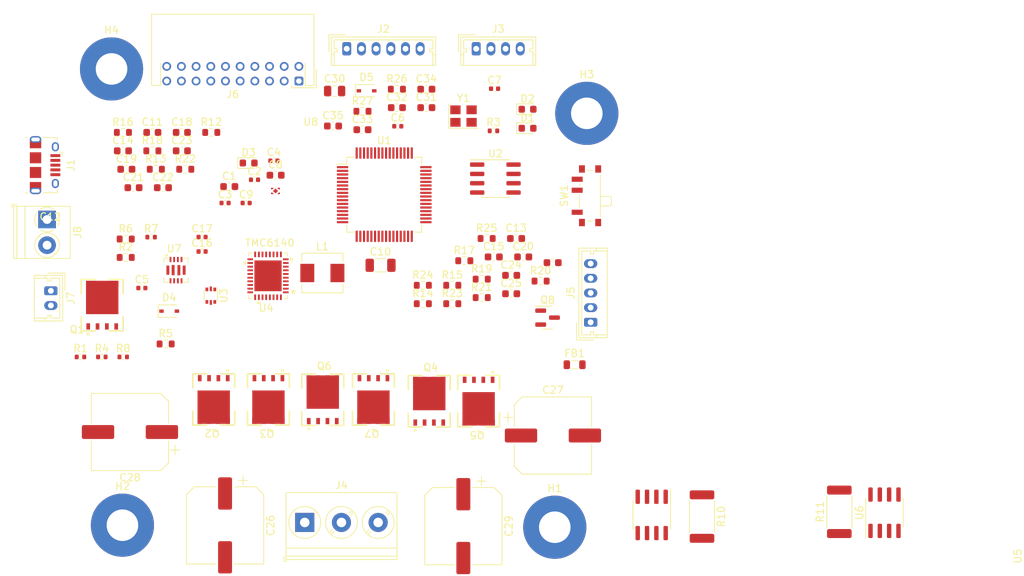
<source format=kicad_pcb>
(kicad_pcb (version 20211014) (generator pcbnew)
  (layers (0 "F.Cu" signal) (31 "B.Cu" signal) (34 "B.Paste" user) (35 "F.Paste" user) (36 "B.SilkS" user "B.Silkscreen") (37 "F.SilkS" user "F.Silkscreen") (38 "B.Mask" user) (39 "F.Mask" user) (44 "Edge.Cuts" user))
  (net 0 "")
  (net 1 "3V3_MCU")
  (net 2 "GND")
  (net 3 "HSE_IN")
  (net 4 "5V")
  (net 5 "Net-(C9-Pad1)")
  (net 6 "3V3_VDAA")
  (net 7 "Net-(D1-Pad1)")
  (net 8 "LED_R")
  (net 9 "Net-(D2-Pad1)")
  (net 10 "LED_G")
  (net 11 "Net-(D3-Pad1)")
  (net 12 "LED_B")
  (net 13 "VDD")
  (net 14 "Net-(FB1-Pad2)")
  (net 15 "USB_CONN_D-")
  (net 16 "USB_CONN_D+")
  (net 19 "PH_A")
  (net 20 "PH_B")
  (net 21 "PH_C")
  (net 22 "V_SUPPLY")
  (net 23 "BOOT0")
  (net 24 "Net-(R1-Pad2)")
  (net 25 "HSE_OUT")
  (net 26 "SWDIO")
  (net 27 "Net-(J2-Pad4)")
  (net 28 "FAN_PWM")
  (net 29 "Net-(Q1-Pad2)")
  (net 33 "NRST")
  (net 34 "PWM_HA")
  (net 35 "PWM_HB")
  (net 36 "PWM_HC")
  (net 39 "BOARD_TEMP")
  (net 40 "C1_SENSE")
  (net 41 "C2_SENSE")
  (net 44 "PWM_LA")
  (net 47 "PWM_LB")
  (net 48 "PWM_LC")
  (net 49 "ENABLE")
  (net 50 "SH_SET")
  (net 51 "DIAG")
  (net 52 "V_EMF_SENSE_C")
  (net 54 "V_EMF_SENSE_B")
  (net 55 "V_EMF_SENSE_A")
  (net 56 "ENC_A")
  (net 57 "ENC_B")
  (net 58 "ENC_I")
  (net 60 "USB_D-")
  (net 61 "USB_D+")
  (net 62 "SWCLK")
  (net 63 "NSS")
  (net 64 "SCK")
  (net 65 "MISO")
  (net 66 "MOSI")
  (net 67 "ERROR")
  (net 68 "SWO")
  (net 69 "PWM_IN_1")
  (net 70 "PWM_IN_2")
  (net 71 "UART_TX")
  (net 72 "UART_RX")
  (net 73 "CAN_RX")
  (net 74 "CAN_TX")
  (net 75 "CAN_L")
  (net 76 "CAN_H")
  (net 77 "LC")
  (net 78 "HB")
  (net 79 "PH_B_CS")
  (net 80 "LB")
  (net 81 "LA")
  (net 82 "PH_A_CS")
  (net 83 "HA")
  (net 84 "Net-(D4-Pad2)")
  (net 85 "Net-(C11-Pad1)")
  (net 93 "DRV_STRONG")
  (net 95 "Net-(C12-Pad1)")
  (net 96 "HC")
  (net 97 "Net-(U7-Pad1)")
  (net 99 "Net-(C33-Pad2)")
  (net 102 "Net-(L1-Pad2)")
  (net 103 "/Inverter/CU")
  (net 104 "/Inverter/CV")
  (net 105 "/Inverter/CW")
  (net 106 "Net-(C20-Pad2)")
  (net 107 "Net-(C26-Pad2)")
  (net 108 "/Inverter/HA_G")
  (net 109 "/Inverter/LA_G")
  (net 110 "/Inverter/HB_G")
  (net 111 "/Inverter/LB_G")
  (net 112 "/Inverter/HC_G")
  (net 113 "/Inverter/LC_G")
  (net 114 "/Inverter/C2_OUT")
  (net 115 "/Inverter/C1_OUT")
  (footprint "LED_SMD:LED_0603_1608Metric" (layer "F.Cu") (at 141.59 87.43)
    (fp_text reference "D2" (at 0 -1.43) (layer "F.SilkS"))
    (fp_text value "LED_Small")
    (pad "1" smd roundrect (at -0.7875 0) (size 0.875 0.95) (layers "F.Cu" "F.Paste" "F.Mask") (net 9 "Net-(D2-Pad1)"))
    (pad "2" smd roundrect (at 0.7875 0) (size 0.875 0.95) (layers "F.Cu" "F.Paste" "F.Mask") (net 10 "LED_G"))
  )
  (footprint "Capacitor_SMD:CP_Elec_10x12.6" (layer "F.Cu") (at 87.45 131.425 180)
    (fp_text reference "C28" (at 0 -6.2) (layer "F.SilkS"))
    (fp_text value "680u")
    (pad "1" smd roundrect (at -4.35 0 180) (size 4.4 1.9) (layers "F.Cu" "F.Paste" "F.Mask") (roundrect_rratio 0.131579) (net 13 "VDD"))
    (pad "2" smd roundrect (at 4.35 0 180) (size 4.4 1.9) (layers "F.Cu" "F.Paste" "F.Mask") (roundrect_rratio 0.131579) (net 107 "Net-(C26-Pad2)"))
  )
  (footprint "Connector_USB:USB_Micro-B_Amphenol_10118194_Horizontal" (layer "F.Cu") (at 75.89 95.05 -90)
    (fp_text reference "J1" (at 0 -3.5 -270) (layer "F.SilkS"))
    (fp_text value "USB_B_Micro")
    (pad "1" smd rect (at -1.3 -1.4 270) (size 0.4 1.35) (layers "F.Cu" "F.Paste" "F.Mask") (net 4 "5V"))
    (pad "2" smd rect (at -0.65 -1.4 270) (size 0.4 1.35) (layers "F.Cu" "F.Paste" "F.Mask") (net 15 "USB_CONN_D-"))
    (pad "3" smd rect (at 0 -1.4 270) (size 0.4 1.35) (layers "F.Cu" "F.Paste" "F.Mask") (net 16 "USB_CONN_D+"))
    (pad "4" smd rect (at 0.65 -1.4 270) (size 0.4 1.35) (layers "F.Cu" "F.Paste" "F.Mask"))
    (pad "5" smd rect (at 1.3 -1.4 270) (size 0.4 1.35) (layers "F.Cu" "F.Paste" "F.Mask") (net 2 "GND"))
    (pad "6" smd rect (at -1 1.3 270) (size 1.5 1.55) (layers "F.Cu" "F.Paste" "F.Mask"))
    (pad "6" smd rect (at -2.9 1.3 270) (size 1.2 1.55) (layers "F.Cu" "F.Paste" "F.Mask"))
    (pad "6" smd rect (at 2.9 1.3 270) (size 1.2 1.55) (layers "F.Cu" "F.Paste" "F.Mask"))
    (pad "6" thru_hole oval (at -3.5 1.3 270) (size 0.89 1.55) (drill oval 0.5 1.15) (layers *.Cu *.Mask))
    (pad "6" thru_hole oval (at -2.5 -1.4 270) (size 1.25 0.95) (drill oval 0.85 0.55) (layers *.Cu *.Mask))
    (pad "6" thru_hole oval (at 3.5 1.3 270) (size 0.89 1.55) (drill oval 0.5 1.15) (layers *.Cu *.Mask))
    (pad "6" smd rect (at 1 1.3 270) (size 1.5 1.55) (layers "F.Cu" "F.Paste" "F.Mask"))
    (pad "6" thru_hole oval (at 2.5 -1.4 270) (size 1.25 0.95) (drill oval 0.85 0.55) (layers *.Cu *.Mask))
  )
  (footprint "Resistor_SMD:R_0603_1608Metric" (layer "F.Cu") (at 131.34 111.43)
    (fp_text reference "R15" (at 0 -1.43) (layer "F.SilkS"))
    (fp_text value "10")
    (pad "1" smd roundrect (at -0.825 0) (size 0.8 0.95) (layers "F.Cu" "F.Paste" "F.Mask") (net 109 "/Inverter/LA_G"))
    (pad "2" smd roundrect (at 0.825 0) (size 0.8 0.95) (layers "F.Cu" "F.Paste" "F.Mask") (net 81 "LA"))
  )
  (footprint "Capacitor_SMD:C_0805_2012Metric" (layer "F.Cu") (at 115.32 84.95)
    (fp_text reference "C30" (at 0 -1.68) (layer "F.SilkS"))
    (fp_text value "22u")
    (pad "1" smd roundrect (at -0.95 0) (size 1 1.45) (layers "F.Cu" "F.Paste" "F.Mask") (net 13 "VDD"))
    (pad "2" smd roundrect (at 0.95 0) (size 1 1.45) (layers "F.Cu" "F.Paste" "F.Mask") (net 2 "GND"))
  )
  (footprint "Capacitor_SMD:C_0603_1608Metric" (layer "F.Cu") (at 141 107.56)
    (fp_text reference "C20" (at 0 -1.43) (layer "F.SilkS"))
    (fp_text value "10u")
    (pad "1" smd roundrect (at -0.775 0) (size 0.9 0.95) (layers "F.Cu" "F.Paste" "F.Mask") (net 13 "VDD"))
    (pad "2" smd roundrect (at 0.775 0) (size 0.9 0.95) (layers "F.Cu" "F.Paste" "F.Mask") (net 106 "Net-(C20-Pad2)"))
  )
  (footprint "Capacitor_SMD:C_0603_1608Metric" (layer "F.Cu") (at 87.93 98.12)
    (fp_text reference "C21" (at 0 -1.43) (layer "F.SilkS"))
    (fp_text value "1n")
    (pad "1" smd roundrect (at -0.775 0) (size 0.9 0.95) (layers "F.Cu" "F.Paste" "F.Mask") (net 54 "V_EMF_SENSE_B"))
    (pad "2" smd roundrect (at 0.775 0) (size 0.9 0.95) (layers "F.Cu" "F.Paste" "F.Mask") (net 2 "GND"))
  )
  (footprint "Button_Switch_SMD:SW_SPDT_PCM12" (layer "F.Cu") (at 149.78 99.22 90)
    (fp_text reference "SW1" (at 0 -3.2 90) (layer "F.SilkS"))
    (fp_text value "SW_SPDT")
    (pad "" smd rect (at -3.65 -0.78 90) (size 1 0.8) (layers "F.Cu" "F.Paste" "F.Mask"))
    (pad "" smd rect (at 3.65 1.43 90) (size 1 0.8) (layers "F.Cu" "F.Paste" "F.Mask"))
    (pad "" smd rect (at 3.65 -0.78 90) (size 1 0.8) (layers "F.Cu" "F.Paste" "F.Mask"))
    (pad "" smd rect (at -3.65 1.43 90) (size 1 0.8) (layers "F.Cu" "F.Paste" "F.Mask"))
    (pad "" np_thru_hole circle (at 1.5 0.33 90) (size 0.9 0.9) (drill 0.9) (layers *.Cu *.Mask))
    (pad "" np_thru_hole circle (at -1.5 0.33 90) (size 0.9 0.9) (drill 0.9) (layers *.Cu *.Mask))
    (pad "1" smd rect (at -2.25 -1.43 90) (size 0.7 1.5) (layers "F.Cu" "F.Paste" "F.Mask") (net 1 "3V3_MCU"))
    (pad "2" smd rect (at 0.75 -1.43 90) (size 0.7 1.5) (layers "F.Cu" "F.Paste" "F.Mask") (net 24 "Net-(R1-Pad2)"))
    (pad "3" smd rect (at 2.25 -1.43 90) (size 0.7 1.5) (layers "F.Cu" "F.Paste" "F.Mask") (net 2 "GND"))
  )
  (footprint "Resistor_SMD:R_0603_1608Metric" (layer "F.Cu") (at 123.8 84.7)
    (fp_text reference "R26" (at 0 -1.43) (layer "F.SilkS"))
    (fp_text value "680k")
    (pad "1" smd roundrect (at -0.825 0) (size 0.8 0.95) (layers "F.Cu" "F.Paste" "F.Mask") (net 4 "5V"))
    (pad "2" smd roundrect (at 0.825 0) (size 0.8 0.95) (layers "F.Cu" "F.Paste" "F.Mask") (net 99 "Net-(C33-Pad2)"))
  )
  (footprint "Capacitor_SMD:CP_Elec_10x12.6" (layer "F.Cu") (at 145.05 131.9)
    (fp_text reference "C27" (at 0 -6.2) (layer "F.SilkS"))
    (fp_text value "680u")
    (pad "1" smd roundrect (at -4.35 0) (size 4.4 1.9) (layers "F.Cu" "F.Paste" "F.Mask") (roundrect_rratio 0.131579) (net 13 "VDD"))
    (pad "2" smd roundrect (at 4.35 0) (size 4.4 1.9) (layers "F.Cu" "F.Paste" "F.Mask") (roundrect_rratio 0.131579) (net 107 "Net-(C26-Pad2)"))
  )
  (footprint "Resistor_SMD:R_0603_1608Metric" (layer "F.Cu") (at 86.87 105.12)
    (fp_text reference "R6" (at 0 -1.43) (layer "F.SilkS"))
    (fp_text value "1k5")
    (pad "1" smd roundrect (at -0.825 0) (size 0.8 0.95) (layers "F.Cu" "F.Paste" "F.Mask") (net 11 "Net-(D3-Pad1)"))
    (pad "2" smd roundrect (at 0.825 0) (size 0.8 0.95) (layers "F.Cu" "F.Paste" "F.Mask") (net 2 "GND"))
  )
  (footprint "Capacitor_SMD:C_0603_1608Metric" (layer "F.Cu") (at 127.81 87.21)
    (fp_text reference "C31" (at 0 -1.43) (layer "F.SilkS"))
    (fp_text value "1u")
    (pad "1" smd roundrect (at -0.775 0) (size 0.9 0.95) (layers "F.Cu" "F.Paste" "F.Mask") (net 4 "5V"))
    (pad "2" smd roundrect (at 0.775 0) (size 0.9 0.95) (layers "F.Cu" "F.Paste" "F.Mask") (net 2 "GND"))
  )
  (footprint "Capacitor_SMD:C_0402_1005Metric" (layer "F.Cu") (at 137.1 84.63)
    (fp_text reference "C7" (at 0 -1.16) (layer "F.SilkS"))
    (fp_text value "12p")
    (pad "1" smd roundrect (at -0.48 0) (size 0.56 0.62) (layers "F.Cu" "F.Paste" "F.Mask") (net 3 "HSE_IN"))
    (pad "2" smd roundrect (at 0.48 0) (size 0.56 0.62) (layers "F.Cu" "F.Paste" "F.Mask") (net 2 "GND"))
  )
  (footprint "MyLibrary:TDSON-8-6_copy" (layer "F.Cu") (at 128.205 127.235)
    (fp_text reference "Q4" (at 0.2 -4.6 unlocked) (layer "F.SilkS"))
    (fp_text value "BSC022N04LSATMA1")
    (fp_rect (start -2.205 1.225) (end 2.205 -3.325) (layer "F.Cu") (width 0) (fill solid))
    (pad "1" smd rect (at 1.905 -2.925) (size 0.6 0.8) (layers "F.Cu" "F.Paste" "F.Mask") (net 13 "VDD"))
    (pad "1" smd rect (at -0.635 -2.925) (size 0.6 0.8) (layers "F.Cu" "F.Paste" "F.Mask") (net 13 "VDD"))
    (pad "1" smd rect (at 0.635 -2.925) (size 0.6 0.8) (layers "F.Cu" "F.Paste" "F.Mask") (net 13 "VDD"))
    (pad "1" smd rect (at -1.905 -2.925) (size 0.6 0.8) (layers "F.Cu" "F.Paste" "F.Mask") (net 13 "VDD"))
    (pad "2" smd rect (at 1.905 2.9) (size 0.5 0.85) (layers "F.Cu" "F.Paste" "F.Mask") (net 110 "/Inverter/HB_G"))
    (pad "3" smd rect (at -0.635 2.9) (size 0.5 0.85) (layers "F.Cu" "F.Paste" "F.Mask") (net 79 "PH_B_CS"))
    (pad "3" smd rect (at -1.905 2.9) (size 0.5 0.85) (layers "F.Cu" "F.Paste" "F.Mask") (net 79 "PH_B_CS"))
    (pad "3" smd rect (at 0.635 2.9) (size 0.5 0.85) (layers "F.Cu" "F.Paste" "F.Mask") (net 79 "PH_B_CS"))
  )
  (footprint "Inductor_SMD:L_Sunlord_MWSA0518_5.4x5.2mm" (layer "F.Cu") (at 113.65 109.75)
    (fp_text reference "L1" (at 0 -3.6) (layer "F.SilkS"))
    (fp_text value "68u")
    (pad "1" smd rect (at -2.05 0) (size 1.9 2.5) (layers "F.Cu" "F.Paste" "F.Mask") (net 1 "3V3_MCU"))
    (pad "2" smd rect (at 2.05 0) (size 1.9 2.5) (layers "F.Cu" "F.Paste" "F.Mask") (net 102 "Net-(L1-Pad2)"))
  )
  (footprint "Capacitor_SMD:C_0603_1608Metric" (layer "F.Cu") (at 107.28 96.42)
    (fp_text reference "C8" (at 0 -1.43) (layer "F.SilkS"))
    (fp_text value "2u2")
    (pad "1" smd roundrect (at -0.775 0) (size 0.9 0.95) (layers "F.Cu" "F.Paste" "F.Mask") (net 4 "5V"))
    (pad "2" smd roundrect (at 0.775 0) (size 0.9 0.95) (layers "F.Cu" "F.Paste" "F.Mask") (net 2 "GND"))
  )
  (footprint "Resistor_SMD:R_2512_6332Metric" (layer "F.Cu") (at 165.35 142.95 -90)
    (fp_text reference "R10" (at 0 -2.62 90) (layer "F.SilkS"))
    (fp_text value "2m")
    (pad "1" smd roundrect (at -2.9625 0 270) (size 1.225 3.35) (layers "F.Cu" "F.Paste" "F.Mask") (roundrect_rratio 0.204082) (net 19 "PH_A"))
    (pad "2" smd roundrect (at 2.9625 0 270) (size 1.225 3.35) (layers "F.Cu" "F.Paste" "F.Mask") (roundrect_rratio 0.204082) (net 82 "PH_A_CS"))
  )
  (footprint "Capacitor_SMD:C_0603_1608Metric" (layer "F.Cu") (at 100.97 97.97)
    (fp_text reference "C1" (at 0 -1.43) (layer "F.SilkS"))
    (fp_text value "4u7")
    (pad "1" smd roundrect (at -0.775 0) (size 0.9 0.95) (layers "F.Cu" "F.Paste" "F.Mask") (net 1 "3V3_MCU"))
    (pad "2" smd roundrect (at 0.775 0) (size 0.9 0.95) (layers "F.Cu" "F.Paste" "F.Mask") (net 2 "GND"))
  )
  (footprint "MyLibrary:TDSON-8-6_copy" (layer "F.Cu") (at 120.605 126.985 180)
    (fp_text reference "Q7" (at 0.2 -4.6 180 unlocked) (layer "F.SilkS"))
    (fp_text value "BSC022N04LSATMA1")
    (fp_rect (start -2.205 1.225) (end 2.205 -3.325) (layer "F.Cu") (width 0) (fill solid))
    (pad "1" smd rect (at -1.905 -2.925 180) (size 0.6 0.8) (layers "F.Cu" "F.Paste" "F.Mask") (net 21 "PH_C"))
    (pad "1" smd rect (at -0.635 -2.925 180) (size 0.6 0.8) (layers "F.Cu" "F.Paste" "F.Mask") (net 21 "PH_C"))
    (pad "1" smd rect (at 0.635 -2.925 180) (size 0.6 0.8) (layers "F.Cu" "F.Paste" "F.Mask") (net 21 "PH_C"))
    (pad "1" smd rect (at 1.905 -2.925 180) (size 0.6 0.8) (layers "F.Cu" "F.Paste" "F.Mask") (net 21 "PH_C"))
    (pad "2" smd rect (at 1.905 2.9 180) (size 0.5 0.85) (layers "F.Cu" "F.Paste" "F.Mask") (net 113 "/Inverter/LC_G"))
    (pad "3" smd rect (at -1.905 2.9 180) (size 0.5 0.85) (layers "F.Cu" "F.Paste" "F.Mask") (net 2 "GND"))
    (pad "3" smd rect (at 0.635 2.9 180) (size 0.5 0.85) (layers "F.Cu" "F.Paste" "F.Mask") (net 2 "GND"))
    (pad "3" smd rect (at -0.635 2.9 180) (size 0.5 0.85) (layers "F.Cu" "F.Paste" "F.Mask") (net 2 "GND"))
  )
  (footprint "Resistor_SMD:R_0603_1608Metric" (layer "F.Cu") (at 127.33 111.43)
    (fp_text reference "R24" (at 0 -1.43) (layer "F.SilkS"))
    (fp_text value "10")
    (pad "1" smd roundrect (at -0.825 0) (size 0.8 0.95) (layers "F.Cu" "F.Paste" "F.Mask") (net 112 "/Inverter/HC_G"))
    (pad "2" smd roundrect (at 0.825 0) (size 0.8 0.95) (layers "F.Cu" "F.Paste" "F.Mask") (net 96 "HC"))
  )
  (footprint "MyLibrary:Murata_picoBK" (layer "F.Cu") (at 93.72 109.36)
    (fp_text reference "U7" (at -0.245101 -2.944801 unlocked) (layer "F.SilkS"))
    (fp_text value "MYRGC07506_1")
    (pad "" smd rect (at 0.39 0.01) (size 0.39 1.4) (layers "F.Cu" "F.Paste" "F.Mask"))
    (pad "" smd rect (at -0.39 0) (size 0.39 1.4) (layers "F.Cu" "F.Paste" "F.Mask"))
    (pad "1" smd rect (at -0.75 -1.45) (size 0.25 0.7) (layers "F.Cu" "F.Paste" "F.Mask") (net 97 "Net-(U7-Pad1)"))
    (pad "2" smd rect (at -0.25 -1.45) (size 0.25 0.7) (layers "F.Cu" "F.Paste" "F.Mask") (net 2 "GND"))
    (pad "3" smd rect (at 0.25 -1.45) (size 0.25 0.7) (layers "F.Cu" "F.Paste" "F.Mask"))
    (pad "4" smd rect (at 0.75 -1.45) (size 0.25 0.7) (layers "F.Cu" "F.Paste" "F.Mask") (net 99 "Net-(C33-Pad2)"))
    (pad "5" smd rect (at 0.75 1.45) (size 0.25 0.7) (layers "F.Cu" "F.Paste" "F.Mask"))
    (pad "6" smd rect (at 0.25 1.45) (size 0.25 0.7) (layers "F.Cu" "F.Paste" "F.Mask") (net 13 "VDD"))
    (pad "7" smd rect (at -0.25 1.45) (size 0.25 0.7) (layers "F.Cu" "F.Paste" "F.Mask"))
    (pad "8" smd rect (at -0.75 1.45) (size 0.25 0.7) (layers "F.Cu" "F.Paste" "F.Mask") (net 13 "VDD"))
    (pad "9" smd rect (at -1.11 0) (size 0.39 1.25) (layers "F.Cu" "F.Paste" "F.Mask") (net 97 "Net-(U7-Pad1)"))
    (pad "10" smd rect (at 1.11 0) (size 0.39 1.25) (layers "F.Cu" "F.Paste" "F.Mask") (net 4 "5V"))
  )
  (footprint "MyLibrary:TDSON-8-6_copy" (layer "F.Cu") (at 134.93 127.21 180)
    (fp_text reference "Q5" (at 0.2 -4.6 180 unlocked) (layer "F.SilkS"))
    (fp_text value "BSC022N04LSATMA1")
    (fp_rect (start -2.205 1.225) (end 2.205 -3.325) (layer "F.Cu") (width 0) (fill solid))
    (pad "1" smd rect (at -1.905 -2.925 180) (size 0.6 0.8) (layers "F.Cu" "F.Paste" "F.Mask") (net 79 "PH_B_CS"))
    (pad "1" smd rect (at 0.635 -2.925 180) (size 0.6 0.8) (layers "F.Cu" "F.Paste" "F.Mask") (net 79 "PH_B_CS"))
    (pad "1" smd rect (at 1.905 -2.925 180) (size 0.6 0.8) (layers "F.Cu" "F.Paste" "F.Mask") (net 79 "PH_B_CS"))
    (pad "1" smd rect (at -0.635 -2.925 180) (size 0.6 0.8) (layers "F.Cu" "F.Paste" "F.Mask") (net 79 "PH_B_CS"))
    (pad "2" smd rect (at 1.905 2.9 180) (size 0.5 0.85) (layers "F.Cu" "F.Paste" "F.Mask") (net 111 "/Inverter/LB_G"))
    (pad "3" smd rect (at -0.635 2.9 180) (size 0.5 0.85) (layers "F.Cu" "F.Paste" "F.Mask") (net 2 "GND"))
    (pad "3" smd rect (at 0.635 2.9 180) (size 0.5 0.85) (layers "F.Cu" "F.Paste" "F.Mask") (net 2 "GND"))
    (pad "3" smd rect (at -1.905 2.9 180) (size 0.5 0.85) (layers "F.Cu" "F.Paste" "F.Mask") (net 2 "GND"))
  )
  (footprint "Capacitor_SMD:C_1206_3216Metric" (layer "F.Cu") (at 121.575 108.7)
    (fp_text reference "C10" (at 0 -1.85) (layer "F.SilkS"))
    (fp_text value "47u")
    (pad "1" smd roundrect (at -1.475 0) (size 1.15 1.8) (layers "F.Cu" "F.Paste" "F.Mask") (roundrect_rratio 0.217391) (net 1 "3V3_MCU"))
    (pad "2" smd roundrect (at 1.475 0) (size 1.15 1.8) (layers "F.Cu" "F.Paste" "F.Mask") (roundrect_rratio 0.217391) (net 2 "GND"))
  )
  (footprint "Resistor_SMD:R_0402_1005Metric" (layer "F.Cu") (at 90.33 104.86)
    (fp_text reference "R7" (at 0 -1.17) (layer "F.SilkS"))
    (fp_text value "10k")
    (pad "1" smd roundrect (at -0.51 0) (size 0.54 0.64) (layers "F.Cu" "F.Paste" "F.Mask") (net 28 "FAN_PWM"))
    (pad "2" smd roundrect (at 0.51 0) (size 0.54 0.64) (layers "F.Cu" "F.Paste" "F.Mask") (net 29 "Net-(Q1-Pad2)"))
  )
  (footprint "MountingHole:MountingHole_4.3mm_M4_Pad" (layer "F.Cu") (at 86.425 144.125)
    (fp_text reference "H2" (at 0 -5.3) (layer "F.SilkS"))
    (fp_text value "MountingHole_Pad")
    (pad "1" thru_hole circle (at 0 0) (size 8.6 8.6) (drill 4.3) (layers *.Cu *.Mask) (net 2 "GND"))
  )
  (footprint "Package_TO_SOT_SMD:SOT-666" (layer "F.Cu") (at 98.46 112.84 -90)
    (fp_text reference "U3" (at 0 -1.75 90) (layer "F.SilkS"))
    (fp_text value "USBLC6-2P6")
    (pad "1" smd rect (at -0.85 -0.5375 270) (size 0.5 0.375) (layers "F.Cu" "F.Paste" "F.Mask") (net 15 "USB_CONN_D-"))
    (pad "2" smd rect (at -0.925 0 270) (size 0.65 0.3) (layers "F.Cu" "F.Paste" "F.Mask") (net 2 "GND"))
    (pad "3" smd rect (at -0.85 0.5375 270) (size 0.5 0.375) (layers "F.Cu" "F.Paste" "F.Mask") (net 16 "USB_CONN_D+"))
    (pad "4" smd rect (at 0.85 0.5375 270) (size 0.5 0.375) (layers "F.Cu" "F.Paste" "F.Mask") (net 61 "USB_D+"))
    (pad "5" smd rect (at 0.925 0 270) (size 0.65 0.3) (layers "F.Cu" "F.Paste" "F.Mask") (net 4 "5V"))
    (pad "6" smd rect (at 0.85 -0.5375 270) (size 0.5 0.375) (layers "F.Cu" "F.Paste" "F.Mask") (net 60 "USB_D-"))
  )
  (footprint "Package_SO:SOIC-8_3.9x4.9mm_P1.27mm" (layer "F.Cu") (at 190.2 142.425 90)
    (fp_text reference "U6" (at 0 -3.4 90) (layer "F.SilkS"))
    (fp_text value "TSC2011")
    (pad "1" smd roundrect (at -2.475 -1.905 90) (size 1.95 0.6) (layers "F.Cu" "F.Paste" "F.Mask") (net 79 "PH_B_CS"))
    (pad "2" smd roundrect (at -2.475 -0.635 90) (size 1.95 0.6) (layers "F.Cu" "F.Paste" "F.Mask") (net 2 "GND"))
    (pad "3" smd roundrect (at -2.475 0.635 90) (size 1.95 0.6) (layers "F.Cu" "F.Paste" "F.Mask") (net 2 "GND"))
    (pad "4" smd roundrect (at -2.475 1.905 90) (size 1.95 0.6) (layers "F.Cu" "F.Paste" "F.Mask") (net 2 "GND"))
    (pad "5" smd roundrect (at 2.475 1.905 90) (size 1.95 0.6) (layers "F.Cu" "F.Paste" "F.Mask") (net 114 "/Inverter/C2_OUT"))
    (pad "6" smd roundrect (at 2.475 0.635 90) (size 1.95 0.6) (layers "F.Cu" "F.Paste" "F.Mask") (net 6 "3V3_VDAA"))
    (pad "7" smd roundrect (at 2.475 -0.635 90) (size 1.95 0.6) (layers "F.Cu" "F.Paste" "F.Mask") (net 6 "3V3_VDAA"))
    (pad "8" smd roundrect (at 2.475 -1.905 90) (size 1.95 0.6) (layers "F.Cu" "F.Paste" "F.Mask") (net 20 "PH_B"))
  )
  (footprint "Capacitor_SMD:C_0603_1608Metric" (layer "F.Cu") (at 115.1 89.72)
    (fp_text reference "C35" (at 0 -1.43) (layer "F.SilkS"))
    (fp_text value "nc")
    (pad "1" smd roundrect (at -0.775 0) (size 0.9 0.95) (layers "F.Cu" "F.Paste" "F.Mask") (net 4 "5V"))
    (pad "2" smd roundrect (at 0.775 0) (size 0.9 0.95) (layers "F.Cu" "F.Paste" "F.Mask") (net 2 "GND"))
  )
  (footprint "Capacitor_SMD:C_0402_1005Metric" (layer "F.Cu") (at 104.41 97.04)
    (fp_text reference "C2" (at 0 -1.16) (layer "F.SilkS"))
    (fp_text value "100n")
    (pad "1" smd roundrect (at -0.48 0) (size 0.56 0.62) (layers "F.Cu" "F.Paste" "F.Mask") (net 1 "3V3_MCU"))
    (pad "2" smd roundrect (at 0.48 0) (size 0.56 0.62) (layers "F.Cu" "F.Paste" "F.Mask") (net 2 "GND"))
  )
  (footprint "Resistor_SMD:R_0603_1608Metric" (layer "F.Cu") (at 98.52 90.59)
    (fp_text reference "R12" (at 0 -1.43) (layer "F.SilkS"))
    (fp_text value "0R")
    (pad "1" smd roundrect (at -0.825 0) (size 0.8 0.95) (layers "F.Cu" "F.Paste" "F.Mask") (net 114 "/Inverter/C2_OUT"))
    (pad "2" smd roundrect (at 0.825 0) (size 0.8 0.95) (layers "F.Cu" "F.Paste" "F.Mask") (net 41 "C2_SENSE"))
  )
  (footprint "MyLibrary:TDSON-8-6_copy" (layer "F.Cu") (at 98.855 126.985 180)
    (fp_text reference "Q2" (at 0.2 -4.6 180 unlocked) (layer "F.SilkS"))
    (fp_text value "BSC022N04LSATMA1")
    (fp_rect (start -2.205 1.225) (end 2.205 -3.325) (layer "F.Cu") (width 0) (fill solid))
    (pad "1" smd rect (at -1.905 -2.925 180) (size 0.6 0.8) (layers "F.Cu" "F.Paste" "F.Mask") (net 13 "VDD"))
    (pad "1" smd rect (at 1.905 -2.925 180) (size 0.6 0.8) (layers "F.Cu" "F.Paste" "F.Mask") (net 13 "VDD"))
    (pad "1" smd rect (at 0.635 -2.925 180) (size 0.6 0.8) (layers "F.Cu" "F.Paste" "F.Mask") (net 13 "VDD"))
    (pad "1" smd rect (at -0.635 -2.925 180) (size 0.6 0.8) (layers "F.Cu" "F.Paste" "F.Mask") (net 13 "VDD"))
    (pad "2" smd rect (at 1.905 2.9 180) (size 0.5 0.85) (layers "F.Cu" "F.Paste" "F.Mask") (net 108 "/Inverter/HA_G"))
    (pad "3" smd rect (at -0.635 2.9 180) (size 0.5 0.85) (layers "F.Cu" "F.Paste" "F.Mask") (net 82 "PH_A_CS"))
    (pad "3" smd rect (at -1.905 2.9 180) (size 0.5 0.85) (layers "F.Cu" "F.Paste" "F.Mask") (net 82 "PH_A_CS"))
    (pad "3" smd rect (at 0.635 2.9 180) (size 0.5 0.85) (layers "F.Cu" "F.Paste" "F.Mask") (net 82 "PH_A_CS"))
  )
  (footprint "Resistor_SMD:R_0402_1005Metric" (layer "F.Cu") (at 80.71 121.19)
    (fp_text reference "R1" (at 0 -1.17) (layer "F.SilkS"))
    (fp_text value "10k")
    (pad "1" smd roundrect (at -0.51 0) (size 0.54 0.64) (layers "F.Cu" "F.Paste" "F.Mask") (net 23 "BOOT0"))
    (pad "2" smd roundrect (at 0.51 0) (size 0.54 0.64) (layers "F.Cu" "F.Paste" "F.Mask") (net 24 "Net-(R1-Pad2)"))
  )
  (footprint "Resistor_SMD:R_0603_1608Metric" (layer "F.Cu") (at 90.97 95.61)
    (fp_text reference "R13" (at 0 -1.43) (layer "F.SilkS"))
    (fp_text value "0R")
    (pad "1" smd roundrect (at -0.825 0) (size 0.8 0.95) (layers "F.Cu" "F.Paste" "F.Mask") (net 115 "/Inverter/C1_OUT"))
    (pad "2" smd roundrect (at 0.825 0) (size 0.8 0.95) (layers "F.Cu" "F.Paste" "F.Mask") (net 40 "C1_SENSE"))
  )
  (footprint "Diode_SMD:D_SOD-323" (layer "F.Cu") (at 92.79 114.95)
    (fp_text reference "D4" (at 0 -1.85) (layer "F.SilkS"))
    (fp_text value "D_Small")
    (pad "1" smd rect (at -1.05 0) (size 0.6 0.45) (layers "F.Cu" "F.Paste" "F.Mask") (net 4 "5V"))
    (pad "2" smd rect (at 1.05 0) (size 0.6 0.45) (layers "F.Cu" "F.Paste" "F.Mask") (net 84 "Net-(D4-Pad2)"))
  )
  (footprint "Resistor_SMD:R_0603_1608Metric" (layer "F.Cu") (at 135.35 113.1)
    (fp_text reference "R21" (at 0 -1.43) (layer "F.SilkS"))
    (fp_text value "3k9")
    (pad "1" smd roundrect (at -0.825 0) (size 0.8 0.95) (layers "F.Cu" "F.Paste" "F.Mask") (net 54 "V_EMF_SENSE_B"))
    (pad "2" smd roundrect (at 0.825 0) (size 0.8 0.95) (layers "F.Cu" "F.Paste" "F.Mask") (net 2 "GND"))
  )
  (footprint "TerminalBlock_Phoenix:TerminalBlock_Phoenix_PT-1,5-2-3.5-H_1x02_P3.50mm_Horizontal" (layer "F.Cu") (at 76.16 102.46 -90)
    (fp_text reference "J8" (at 1.75 -4.16 90) (layer "F.SilkS"))
    (fp_text value "Screw_Terminal_01x02")
    (pad "1" thru_hole rect (at 0 0 270) (size 2.4 2.4) (drill 1.2) (layers *.Cu *.Mask) (net 22 "V_SUPPLY"))
    (pad "2" thru_hole circle (at 3.5 0 270) (size 2.4 2.4) (drill 1.2) (layers *.Cu *.Mask) (net 2 "GND"))
  )
  (footprint "Package_QFP:LQFP-64_10x10mm_P0.5mm" (layer "F.Cu") (at 122.075 99.075)
    (fp_text reference "U1" (at 0 -7.4) (layer "F.SilkS"))
    (fp_text value "STM32F303RETx")
    (pad "1" smd roundrect (at -5.675 -3.75) (size 1.55 0.3) (layers "F.Cu" "F.Paste" "F.Mask") (net 1 "3V3_MCU"))
    (pad "2" smd roundrect (at -5.675 -3.25) (size 1.55 0.3) (layers "F.Cu" "F.Paste" "F.Mask"))
    (pad "3" smd roundrect (at -5.675 -2.75) (size 1.55 0.3) (layers "F.Cu" "F.Paste" "F.Mask"))
    (pad "4" smd roundrect (at -5.675 -2.25) (size 1.55 0.3) (layers "F.Cu" "F.Paste" "F.Mask"))
    (pad "5" smd roundrect (at -5.675 -1.75) (size 1.55 0.3) (layers "F.Cu" "F.Paste" "F.Mask") (net 3 "HSE_IN"))
    (pad "6" smd roundrect (at -5.675 -1.25) (size 1.55 0.3) (layers "F.Cu" "F.Paste" "F.Mask") (net 25 "HSE_OUT"))
    (pad "7" smd roundrect (at -5.675 -0.75) (size 1.55 0.3) (layers "F.Cu" "F.Paste" "F.Mask") (net 33 "NRST"))
    (pad "8" smd roundrect (at -5.675 -0.25) (size 1.55 0.3) (layers "F.Cu" "F.Paste" "F.Mask") (net 34 "PWM_HA"))
    (pad "9" smd roundrect (at -5.675 0.25) (size 1.55 0.3) (layers "F.Cu" "F.Paste" "F.Mask") (net 35 "PWM_HB"))
    (pad "10" smd roundrect (at -5.675 0.75) (size 1.55 0.3) (layers "F.Cu" "F.Paste" "F.Mask") (net 36 "PWM_HC"))
    (pad "11" smd roundrect (at -5.675 1.25) (size 1.55 0.3) (layers "F.Cu" "F.Paste" "F.Mask"))
    (pad "12" smd roundrect (at -5.675 1.75) (size 1.55 0.3) (layers "F.Cu" "F.Paste" "F.Mask") (net 2 "GND"))
    (pad "13" smd roundrect (at -5.675 2.25) (size 1.55 0.3) (layers "F.Cu" "F.Paste" "F.Mask") (net 6 "3V3_VDAA"))
    (pad "14" smd roundrect (at -5.675 2.75) (size 1.55 0.3) (layers "F.Cu" "F.Paste" "F.Mask") (net 28 "FAN_PWM"))
    (pad "15" smd roundrect (at -5.675 3.25) (size 1.55 0.3) (layers "F.Cu" "F.Paste" "F.Mask"))
    (pad "16" smd roundrect (at -5.675 3.75) (size 1.55 0.3) (layers "F.Cu" "F.Paste" "F.Mask") (net 39 "BOARD_TEMP"))
    (pad "17" smd roundrect (at -3.75 5.675) (size 0.3 1.55) (layers "F.Cu" "F.Paste" "F.Mask") (net 40 "C1_SENSE"))
    (pad "18" smd roundrect (at -3.25 5.675) (size 0.3 1.55) (layers "F.Cu" "F.Paste" "F.Mask") (net 2 "GND"))
    (pad "19" smd roundrect (at -2.75 5.675) (size 0.3 1.55) (layers "F.Cu" "F.Paste" "F.Mask") (net 1 "3V3_MCU"))
    (pad "20" smd roundrect (at -2.25 5.675) (size 0.3 1.55) (layers "F.Cu" "F.Paste" "F.Mask") (net 41 "C2_SENSE"))
    (pad "21" smd roundrect (at -1.75 5.675) (size 0.3 1.55) (layers "F.Cu" "F.Paste" "F.Mask"))
    (pad "22" smd roundrect (at -1.25 5.675) (size 0.3 1.55) (layers "F.Cu" "F.Paste" "F.Mask"))
    (pad "23" smd roundrect (at -0.75 5.675) (size 0.3 1.55) (layers "F.Cu" "F.Paste" "F.Mask") (net 44 "PWM_LA"))
    (pad "24" smd roundrect (at -0.25 5.675) (size 0.3 1.55) (layers "F.Cu" "F.Paste" "F.Mask"))
    (pad "25" smd roundrect (at 0.25 5.675) (size 0.3 1.55) (layers "F.Cu" "F.Paste" "F.Mask"))
    (pad "26" smd roundrect (at 0.75 5.675) (size 0.3 1.55) (layers "F.Cu" "F.Paste" "F.Mask") (net 47 "PWM_LB"))
    (pad "27" smd roundrect (at 1.25 5.675) (size 0.3 1.55) (layers "F.Cu" "F.Paste" "F.Mask") (net 48 "PWM_LC"))
    (pad "28" smd roundrect (at 1.75 5.675) (size 0.3 1.55) (layers "F.Cu" "F.Paste" "F.Mask") (net 49 "ENABLE"))
    (pad "29" smd roundrect (at 2.25 5.675) (size 0.3 1.55) (layers "F.Cu" "F.Paste" "F.Mask") (net 50 "SH_SET"))
    (pad "30" smd roundrect (at 2.75 5.675) (size 0.3 1.55) (layers "F.Cu" "F.Paste" "F.Mask") (net 51 "DIAG"))
    (pad "31" smd roundrect (at 3.25 5.675) (size 0.3 1.55) (layers "F.Cu" "F.Paste" "F.Mask") (net 2 "GND"))
    (pad "32" smd roundrect (at 3.75 5.675) (size 0.3 1.55) (layers "F.Cu" "F.Paste" "F.Mask") (net 1 "3V3_MCU"))
    (pad "33" smd roundrect (at 5.675 3.75) (size 1.55 0.3) (layers "F.Cu" "F.Paste" "F.Mask") (net 52 "V_EMF_SENSE_C"))
    (pad "34" smd roundrect (at 5.675 3.25) (size 1.55 0.3) (layers "F.Cu" "F.Paste" "F.Mask"))
    (pad "35" smd roundrect (at 5.675 2.75) (size 1.55 0.3) (layers "F.Cu" "F.Paste" "F.Mask") (net 54 "V_EMF_SENSE_B"))
    (pad "36" smd roundrect (at 5.675 2.25) (size 1.55 0.3) (layers "F.Cu" "F.Paste" "F.Mask") (net 55 "V_EMF_SENSE_A"))
    (pad "37" smd roundrect (at 5.675 1.75) (size 1.55 0.3) (layers "F.Cu" "F.Paste" "F.Mask") (net 56 "ENC_A"))
    (pad "38" smd roundrect (at 5.675 1.25) (size 1.55 0.3) (layers "F.Cu" "F.Paste" "F.Mask") (net 57 "ENC_B"))
    (pad "39" smd roundrect (at 5.675 0.75) (size 1.55 0.3) (layers "F.Cu" "F.Paste" "F.Mask") (net 58 "ENC_I"))
    (pad "40" smd roundrect (at 5.675 0.25) (size 1.55 0.3) (layers "F.Cu" "F.Paste" "F.Mask") (net 8 "LED_R"))
    (pad "41" smd roundrect (at 5.675 -0.25) (size 1.55 0.3) (layers "F.Cu" "F.Paste" "F.Mask") (net 10 "LED_G"))
    (pad "42" smd roundrect (at 5.675 -0.75) (size 1.55 0.3) (layers "F.Cu" "F.Paste" "F.Mask") (net 12 "LED_B"))
    (pad "43" smd roundrect (at 5.675 -1.25) (size 1.55 0.3) (layers "F.Cu" "F.Paste" "F.Mask"))
    (pad "44" smd roundrect (at 5.675 -1.75) (size 1.55 0.3) (layers "F.Cu" "F.Paste" "F.Mask") (net 60 "USB_D-"))
    (pad "45" smd roundrect (at 5.675 -2.25) (size 1.55 0.3) (layers "F.Cu" "F.Paste" "F.Mask") (net 61 "USB_D+"))
    (pad "46" smd roundrect (at 5.675 -2.75) (size 1.55 0.3) (layers "F.Cu" "F.Paste" "F.Mask") (net 26 "SWDIO"))
    (pad "47" smd roundrect (at 5.675 -3.25) (size 1.55 0.3) (layers "F.Cu" "F.Paste" "F.Mask") (net 2 "GND"))
    (pad "48" smd roundrect (at 5.675 -3.75) (size 1.55 0.3) (layers "F.Cu" "F.Paste" "F.Mask") (net 1 "3V3_MCU"))
    (pad "49" smd roundrect (at 3.75 -5.675) (size 0.3 1.55) (layers "F.Cu" "F.Paste" "F.Mask") (net 62 "SWCLK"))
    (pad "50" smd roundrect (at 3.25 -5.675) (size 0.3 1.55) (layers "F.Cu" "F.Paste" "F.Mask") (net 63 "NSS"))
    (pad "51" smd roundrect (at 2.75 -5.675) (size 0.3 1.55) (layers "F.Cu" "F.Paste" "F.Mask") (net 64 "SCK"))
    (pad "52" smd roundrect (at 2.25 -5.675) (size 0.3 1.55) (layers "F.Cu" "F.Paste" "F.Mask") (net 65 "MISO"))
    (pad "53" smd roundrect (at 1.75 -5.675) (size 0.3 1.55) (layers "F.Cu" "F.Paste" "F.Mask") (net 66 "MOSI"))
    (pad "54" smd roundrect (at 1.25 -5.675) (size 0.3 1.55) (layers "F.Cu" "F.Paste" "F.Mask") (net 67 "ERROR"))
    (pad "55" smd roundrect (at 0.75 -5.675) (size 0.3 1.55) (layers "F.Cu" "F.Paste" "F.Mask") (net 68 "SWO"))
    (pad "56" smd roundrect (at 0.25 -5.675) (size 0.3 1.55) (layers "F.Cu" "F.Paste" "F.Mask") (net 69 "PWM_IN_1"))
    (pad "57" smd roundrect (at -0.25 -5.675) (size 0.3 1.55) (layers "F.Cu" "F.Paste" "F.Mask") (net 70 "PWM_IN_2"))
    (pad "58" smd roundrect (at -0.75 -5.675) (size 0.3 1.55) (layers "F.Cu" "F.Paste" "F.Mask") (net 71 "UART_TX"))
    (pad "59" smd roundrect (at -1.25 -5.675) (size 0.3 1.55) (layers "F.Cu" "F.Paste" "F.Mask") (net 72 "UART_RX"))
    (pad "60" smd roundrect (at -1.75 -5.675) (size 0.3 1.55) (layers "F.Cu" "F.Paste" "F.Mask") (net 23 "BOOT0"))
    (pad "61" smd roundrect (at -2.25 -5.675) (size 0.3 1.55) (layers "F.Cu" "F.Paste" "F.Mask") (net 73 "CAN_RX"))
    (pad "62" smd roundrect (at -2.75 -5.675) (size 0.3 1.55) (layers "F.Cu" "F.Paste" "F.Mask") (net 74 "CAN_TX"))
    (pad "63" smd roundrect (at -3.25 -5.675) (size 0.3 1.55) (layers "F.Cu" "F.Paste" "F.Mask") (net 2 "GND"))
    (pad "64" smd roundrect (at -3.75 -5.675) (size 0.3 1.55) (layers "F.Cu" "F.Paste" "F.Mask") (net 1 "3V3_MCU"))
  )
  (footprint "Connector_Molex:Molex_Micro-Latch_53253-0270_1x02_P2.00mm_Vertical" (layer "F.Cu") (at 76.68 112.18 -90)
    (fp_text reference "J7" (at 1 -2.7 90) (layer "F.SilkS"))
    (fp_text value "Conn_01x02")
    (pad "1" thru_hole roundrect (at 0 0 270) (size 1.2 1.8) (drill 0.8) (layers *.Cu *.Mask) (roundrect_rratio 0.208333) (net 4 "5V"))
    (pad "2" thru_hole oval (at 2 0 270) (size 1.2 1.8) (drill 0.8) (layers *.Cu *.Mask) (net 84 "Net-(D4-Pad2)"))
  )
  (footprint "Capacitor_SMD:C_0603_1608Metric" (layer "F.Cu") (at 90.5 90.59)
    (fp_text reference "C11" (at 0 -1.43) (layer "F.SilkS"))
    (fp_text value "100n")
    (pad "1" smd roundrect (at -0.775 0) (size 0.9 0.95) (layers "F.Cu" "F.Paste" "F.Mask") (net 85 "Net-(C11-Pad1)"))
    (pad "2" smd roundrect (at 0.775 0) (size 0.9 0.95) (layers "F.Cu" "F.Paste" "F.Mask") (net 2 "GND"))
  )
  (footprint "Inductor_SMD:L_0805_2012Metric" (layer "F.Cu") (at 148 122.25)
    (fp_text reference "FB1" (at 0 -1.55) (layer "F.SilkS"))
    (fp_text value "600 @ 600MHz")
    (pad "1" smd roundrect (at -1.0625 0) (size 0.875 1.2) (layers "F.Cu" "F.Paste" "F.Mask") (net 13 "VDD"))
    (pad "2" smd roundrect (at 1.0625 0) (size 0.875 1.2) (layers "F.Cu" "F.Paste" "F.Mask") (net 14 "Net-(FB1-Pad2)"))
  )
  (footprint "Resistor_SMD:R_0603_1608Metric" (layer "F.Cu") (at 92.31 119.42)
    (fp_text reference "R5" (at 0 -1.43) (layer "F.SilkS"))
    (fp_text value "1k5")
    (pad "1" smd roundrect (at -0.825 0) (size 0.8 0.95) (layers "F.Cu" "F.Paste" "F.Mask") (net 9 "Net-(D2-Pad1)"))
    (pad "2" smd roundrect (at 0.825 0) (size 0.8 0.95) (layers "F.Cu" "F.Paste" "F.Mask") (net 2 "GND"))
  )
  (footprint "Capacitor_SMD:C_0603_1608Metric" (layer "F.Cu") (at 91.94 98.12)
    (fp_text reference "C22" (at 0 -1.43) (layer "F.SilkS"))
    (fp_text value "1n")
    (pad "1" smd roundrect (at -0.775 0) (size 0.9 0.95) (layers "F.Cu" "F.Paste" "F.Mask") (net 52 "V_EMF_SENSE_C"))
    (pad "2" smd roundrect (at 0.775 0) (size 0.9 0.95) (layers "F.Cu" "F.Paste" "F.Mask") (net 2 "GND"))
  )
  (footprint "Resistor_SMD:R_0603_1608Metric" (layer "F.Cu") (at 143.37 110.85)
    (fp_text reference "R20" (at 0 -1.43) (layer "F.SilkS"))
    (fp_text value "33k")
    (pad "1" smd roundrect (at -0.825 0) (size 0.8 0.95) (layers "F.Cu" "F.Paste" "F.Mask") (net 19 "PH_A"))
    (pad "2" smd roundrect (at 0.825 0) (size 0.8 0.95) (layers "F.Cu" "F.Paste" "F.Mask") (net 55 "V_EMF_SENSE_A"))
  )
  (footprint "Resistor_SMD:R_0603_1608Metric" (layer "F.Cu") (at 131.34 113.94)
    (fp_text reference "R23" (at 0 -1.43) (layer "F.SilkS"))
    (fp_text value "3k9")
    (pad "1" smd roundrect (at -0.825 0) (size 0.8 0.95) (layers "F.Cu" "F.Paste" "F.Mask") (net 55 "V_EMF_SENSE_A"))
    (pad "2" smd roundrect (at 0.825 0) (size 0.8 0.95) (layers "F.Cu" "F.Paste" "F.Mask") (net 2 "GND"))
  )
  (footprint "Capacitor_SMD:C_0402_1005Metric" (layer "F.Cu") (at 100.4 100.21)
    (fp_text reference "C3" (at 0 -1.16) (layer "F.SilkS"))
    (fp_text value "100n")
    (pad "1" smd roundrect (at -0.48 0) (size 0.56 0.62) (layers "F.Cu" "F.Paste" "F.Mask") (net 1 "3V3_MCU"))
    (pad "2" smd roundrect (at 0.48 0) (size 0.56 0.62) (layers "F.Cu" "F.Paste" "F.Mask") (net 2 "GND"))
  )
  (footprint "MyLibrary:TDSON-8-6_copy" (layer "F.Cu") (at 83.67 114.135)
    (fp_text reference "Q1" (at -3.43 3.325 unlocked) (layer "F.SilkS"))
    (fp_text value "BSC022N04LSATMA1")
    (fp_rect (start -2.205 1.225) (end 2.205 -3.325) (layer "F.Cu") (width 0) (fill solid))
    (pad "1" smd rect (at 0.635 -2.925) (size 0.6 0.8) (layers "F.Cu" "F.Paste" "F.Mask") (net 84 "Net-(D4-Pad2)"))
    (pad "1" smd rect (at -0.635 -2.925) (size 0.6 0.8) (layers "F.Cu" "F.Paste" "F.Mask") (net 84 "Net-(D4-Pad2)"))
    (pad "1" smd rect (at 1.905 -2.925) (size 0.6 0.8) (layers "F.Cu" "F.Paste" "F.Mask") (net 84 "Net-(D4-Pad2)"))
    (pad "1" smd rect (at -1.905 -2.925) (size 0.6 0.8) (layers "F.Cu" "F.Paste" "F.Mask") (net 84 "Net-(D4-Pad2)"))
    (pad "2" smd rect (at 1.905 2.9) (size 0.5 0.85) (layers "F.Cu" "F.Paste" "F.Mask") (net 29 "Net-(Q1-Pad2)"))
    (pad "3" smd rect (at -1.905 2.9) (size 0.5 0.85) (layers "F.Cu" "F.Paste" "F.Mask") (net 2 "GND"))
    (pad "3" smd rect (at 0.635 2.9) (size 0.5 0.85) (layers "F.Cu" "F.Paste" "F.Mask") (net 2 "GND"))
    (pad "3" smd rect (at -0.635 2.9) (size 0.5 0.85) (layers "F.Cu" "F.Paste" "F.Mask") (net 2 "GND"))
  )
  (footprint "Capacitor_SMD:C_0603_1608Metric" (layer "F.Cu") (at 94.51 90.59)
    (fp_text reference "C18" (at 0 -1.43) (layer "F.SilkS"))
    (fp_text value "ns")
    (pad "1" smd roundrect (at -0.775 0) (size 0.9 0.95) (layers "F.Cu" "F.Paste" "F.Mask") (net 41 "C2_SENSE"))
    (pad "2" smd roundrect (at 0.775 0) (size 0.9 0.95) (layers "F.Cu" "F.Paste" "F.Mask") (net 2 "GND"))
  )
  (footprint "Connector_Molex:Molex_Micro-Latch_53253-0470_1x04_P2.00mm_Vertical" (layer "F.Cu") (at 134.6 79.19)
    (fp_text reference "J3" (at 3 -2.7) (layer "F.SilkS"))
    (fp_text value "Conn_01x04")
    (pad "1" thru_hole roundrect (at 0 0) (size 1.2 1.8) (drill 0.8) (layers *.Cu *.Mask) (roundrect_rratio 0.208333) (net 4 "5V"))
    (pad "2" thru_hole oval (at 2 0) (size 1.2 1.8) (drill 0.8) (layers *.Cu *.Mask) (net 2 "GND"))
    (pad "3" thru_hole oval (at 4 0) (size 1.2 1.8) (drill 0.8) (layers *.Cu *.Mask) (net 76 "CAN_H"))
    (pad "4" thru_hole oval (at 6 0) (size 1.2 1.8) (drill 0.8) (layers *.Cu *.Mask) (net 75 "CAN_L"))
  )
  (footprint "Capacitor_SMD:C_0603_1608Metric" (layer "F.Cu") (at 123.8 87.21)
    (fp_text reference "C32" (at 0 -1.43) (layer "F.SilkS"))
    (fp_text value "1u")
    (pad "1" smd roundrect (at -0.775 0) (size 0.9 0.95) (layers "F.Cu" "F.Paste" "F.Mask") (net 6 "3V3_VDAA"))
    (pad "2" smd roundrect (at 0.775 0) (size 0.9 0.95) (layers "F.Cu" "F.Paste" "F.Mask") (net 2 "GND"))
  )
  (footprint "Diode_SMD:D_SOD-323" (layer "F.Cu") (at 119.67 84.92)
    (fp_text reference "D5" (at 0 -1.85) (layer "F.SilkS"))
    (fp_text value "D_TVS")
    (pad "1" smd rect (at -1.05 0) (size 0.6 0.45) (layers "F.Cu" "F.Paste" "F.Mask") (net 22 "V_SUPPLY"))
    (pad "2" smd rect (at 1.05 0) (size 0.6 0.45) (layers "F.Cu" "F.Paste" "F.Mask") (net 2 "GND"))
  )
  (footprint "Resistor_SMD:R_0402_1005Metric" (layer "F.Cu") (at 83.62 121.19)
    (fp_text reference "R4" (at 0 -1.17) (layer "F.SilkS"))
    (fp_text value "22")
    (pad "1" smd roundrect (at -0.51 0) (size 0.54 0.64) (layers "F.Cu" "F.Paste" "F.Mask") (net 26 "SWDIO"))
    (pad "2" smd roundrect (at 0.51 0) (size 0.54 0.64) (layers "F.Cu" "F.Paste" "F.Mask") (net 27 "Net-(J2-Pad4)"))
  )
  (footprint "Capacitor_SMD:C_0402_1005Metric" (layer "F.Cu") (at 103.27 100.21)
    (fp_text reference "C9" (at 0 -1.16) (layer "F.SilkS"))
    (fp_text value "12p")
    (pad "1" smd roundrect (at -0.48 0) (size 0.56 0.62) (layers "F.Cu" "F.Paste" "F.Mask") (net 5 "Net-(C9-Pad1)"))
    (pad "2" smd roundrect (at 0.48 0) (size 0.56 0.62) (layers "F.Cu" "F.Paste" "F.Mask") (net 2 "GND"))
  )
  (footprint "Capacitor_SMD:CP_Elec_10x12.6" (layer "F.Cu") (at 132.85 144.25 -90)
    (fp_text reference "C29" (at 0 -6.2 90) (layer "F.SilkS"))
    (fp_text value "680u")
    (pad "1" smd roundrect (at -4.35 0 270) (size 4.4 1.9) (layers "F.Cu" "F.Paste" "F.Mask") (roundrect_rratio 0.131579) (net 13 "VDD"))
    (pad "2" smd roundrect (at 4.35 0 270) (size 4.4 1.9) (layers "F.Cu" "F.Paste" "F.Mask") (roundrect_rratio 0.131579) (net 107 "Net-(C26-Pad2)"))
  )
  (footprint "Capacitor_SMD:C_0603_1608Metric" (layer "F.Cu") (at 119.11 90.22)
    (fp_text reference "C33" (at 0 -1.43) (layer "F.SilkS"))
    (fp_text value "15p")
    (pad "1" smd roundrect (at -0.775 0) (size 0.9 0.95) (layers "F.Cu" "F.Paste" "F.Mask") (net 4 "5V"))
    (pad "2" smd roundrect (at 0.775 0) (size 0.9 0.95) (layers "F.Cu" "F.Paste" "F.Mask") (net 99 "Net-(C33-Pad2)"))
  )
  (footprint "MyLibrary:TLV707" (layer "F.Cu") (at 107.27 98.57)
    (fp_text reference "U8" (at 4.8 -9.4 unlocked) (layer "F.SilkS"))
    (fp_text value "TLV707")
    (pad "1" smd custom (at -0.52 -0.325) (size 0.18 0.21) (layers "F.Cu" "F.Paste" "F.Mask") (net 6 "3V3_VDAA") (options (clearance outline) (anchor rect)) (primitives (gr_poly (pts (xy 0.09 0.105) (xy 0.09 -0.105) (xy 0.27 -0.105) (xy 0.27 -0.0705)) (width 0) (fill yes))))
    (pad "2" smd custom (at -0.52 0.325 180) (size 0.18 0.21) (layers "F.Cu" "F.Paste" "F.Mask") (net 2 "GND") (options (clearance outline) (anchor rect)) (primitives (gr_poly (pts (xy -0.09 0.105) (xy -0.09 -0.105) (xy -0.27 -0.105) (xy -0.27 -0.0705)) (width 0) (fill yes))))
    (pad "3" smd custom (at 0.52 0.325 180) (size 0.18 0.21) (layers "F.Cu" "F.Paste" "F.Mask") (net 4 "5V") (options (clearance outline) (anchor rect)) (primitives (gr_poly (pts (xy 0.09 0.105) (xy 0.09 -0.105) (xy 0.27 -0.105) (xy 0.27 -0.0705)) (width 0) (fill yes))))
    (pad "4" smd custom (at 0.52 -0.325) (size 0.18 0.21) (layers "F.Cu" "F.Paste" "F.Mask") (net 4 "5V") (options (clearance outline) (anchor rect)) (primitives (gr_poly (pts (xy -0.09 0.105) (xy -0.09 -0.105) (xy -0.27 -0.105) (xy -0.27 -0.0705)) (width 0) (fill yes))))
    (pad "5" smd rect (at 0 0 45) (size 0.48 0.48) (layers "F.Cu" "F.Paste" "F.Mask"))
  )
  (footprint "Connector_JST:JST_PHD_S20B-PHDSS_2x10_P2.00mm_Horizontal" (layer "F.Cu") (at 110.455 83.59 180)
    (fp_text reference "J6" (at 9 -1.8) (layer "F.SilkS"))
    (fp_text value "Conn_02x10_Counter_Clockwise")
    (pad "1" thru_hole roundrect (at 0 0 180) (size 1.2 1.2) (drill 0.75) (layers *.Cu *.Mask) (roundrect_rratio 0.208333) (net 4 "5V"))
    (pad "2" thru_hole circle (at 0 2 180) (size 1.2 1.2) (drill 0.75) (layers *.Cu *.Mask) (net 1 "3V3_MCU"))
    (pad "3" thru_hole circle (at 2 0 180) (size 1.2 1.2) (drill 0.75) (layers *.Cu *.Mask) (net 72 "UART_RX"))
    (pad "4" thru_hole circle (at 2 2 180) (size 1.2 1.2) (drill 0.75) (layers *.Cu *.Mask) (net 65 "MISO"))
    (pad "5" thru_hole circle (at 4 0 180) (size 1.2 1.2) (drill 0.75) (layers *.Cu *.Mask) (net 66 "MOSI"))
    (pad "6" thru_hole circle (at 4 2 180) (size 1.2 1.2) (drill 0.75) (layers *.Cu *.Mask) (net 67 "ERROR"))
    (pad "7" thru_hole circle (at 6 0 180) (size 1.2 1.2) (drill 0.75) (layers *.Cu *.Mask) (net 49 "ENABLE"))
    (pad "8" thru_hole circle (at 6 2 180) (size 1.2 1.2) (drill 0.75) (layers *.Cu *.Mask) (net 1 "3V3_MCU"))
    (pad "9" thru_hole circle (at 8 0 180) (size 1.2 1.2) (drill 0.75) (layers *.Cu *.Mask) (net 4 "5V"))
    (pad "10" thru_hole circle (at 8 2 180) (size 1.2 1.2) (drill 0.75) (layers *.Cu *.Mask) (net 2 "GND"))
    (pad "11" thru_hole circle (at 10 0 180) (size 1.2 1.2) (drill 0.75) (layers *.Cu *.Mask) (net 2 "GND"))
    (pad "12" thru_hole circle (at 10 2 180) (size 1.2 1.2) (drill 0.75) (layers *.Cu *.Mask) (net 2 "GND"))
    (pad "13" thru_hole circle (at 12 0 180) (size 1.2 1.2) (drill 0.75) (layers *.Cu *.Mask) (net 2 "GND"))
    (pad "14" thru_hole circle (at 12 2 180) (size 1.2 1.2) (drill 0.75) (layers *.Cu *.Mask) (net 70 "PWM_IN_2"))
    (pad "15" thru_hole circle (at 14 0 180) (size 1.2 1.2) (drill 0.75) (layers *.Cu *.Mask) (net 69 "PWM_IN_1"))
    (pad "16" thru_hole circle (at 14 2 180) (size 1.2 1.2) (drill 0.75) (layers *.Cu *.Mask) (net 63 "NSS"))
    (pad "17" thru_hole circle (at 16 0 180) (size 1.2 1.2) (drill 0.75) (layers *.Cu *.Mask) (net 64 "SCK"))
    (pad "18" thru_hole circle (at 16 2 180) (size 1.2 1.2) (drill 0.75) (layers *.Cu *.Mask) (net 71 "UART_TX"))
    (pad "19" thru_hole circle (at 18 0 180) (size 1.2 1.2) (drill 0.75) (layers *.Cu *.Mask) (net 2 "GND"))
    (pad "20" thru_hole circle (at 18 2 180) (size 1.2 1.2) (drill 0.75) (layers *.Cu *.Mask) (net 2 "GND"))
  )
  (footprint "Resistor_SMD:R_0603_1608Metric" (layer "F.Cu") (at 119.11 87.71)
    (fp_text reference "R27" (at 0 -1.43) (layer "F.SilkS"))
    (fp_text value "120k")
    (pad "1" smd roundrect (at -0.825 0) (size 0.8 0.95) (layers "F.Cu" "F.Paste" "F.Mask") (net 99 "Net-(C33-Pad2)"))
    (pad "2" smd roundrect (at 0.825 0) (size 0.8 0.95) (layers "F.Cu" "F.Paste" "F.Mask") (net 2 "GND"))
  )
  (footprint "TerminalBlock_Phoenix:TerminalBlock_Phoenix_PT-1,5-3-5.0-H_1x03_P5.00mm_Horizontal" (layer "F.Cu") (at 111.25 143.75)
    (fp_text reference "J4" (at 5 -5.06) (layer "F.SilkS"))
    (fp_text value "Screw_Terminal_01x03")
    (pad "1" thru_hole rect (at 0 0) (size 2.6 2.6) (drill 1.3) (layers *.Cu *.Mask) (net 19 "PH_A"))
    (pad "2" thru_hole circle (at 5 0) (size 2.6 2.6) (drill 1.3) (layers *.Cu *.Mask) (net 20 "PH_B"))
    (pad "3" thru_hole circle (at 10 0) (size 2.6 2.6) (drill 1.3) (layers *.Cu *.Mask) (net 21 "PH_C"))
  )
  (footprint "Resistor_SMD:R_0603_1608Metric" (layer "F.Cu") (at 94.98 95.61)
    (fp_text reference "R22" (at 0 -1.43) (layer "F.SilkS"))
    (fp_text value "3k9")
    (pad "1" smd roundrect (at -0.825 0) (size 0.8 0.95) (layers "F.Cu" "F.Paste" "F.Mask") (net 52 "V_EMF_SENSE_C"))
    (pad "2" smd roundrect (at 0.825 0) (size 0.8 0.95) (layers "F.Cu" "F.Paste" "F.Mask") (net 2 "GND"))
  )
  (footprint "Connector_Molex:Molex_Micro-Latch_53253-0670_1x06_P2.00mm_Vertical" (layer "F.Cu") (at 116.97 79.19)
    (fp_text reference "J2" (at 5 -2.7) (layer "F.SilkS"))
    (fp_text value "Conn_01x06")
    (pad "1" thru_hole roundrect (at 0 0) (size 1.2 1.8) (drill 0.8) (layers *.Cu *.Mask) (roundrect_rratio 0.208333) (net 1 "3V3_MCU"))
    (pad "2" thru_hole oval (at 2 0) (size 1.2 1.8) (drill 0.8) (layers *.Cu *.Mask) (net 62 "SWCLK"))
    (pad "3" thru_hole oval (at 4 0) (size 1.2 1.8) (drill 0.8) (layers *.Cu *.Mask) (net 2 "GND"))
    (pad "4" thru_hole oval (at 6 0) (size 1.2 1.8) (drill 0.8) (layers *.Cu *.Mask) (net 27 "Net-(J2-Pad4)"))
    (pad "5" thru_hole oval (at 8 0) (size 1.2 1.8) (drill 0.8) (layers *.Cu *.Mask) (net 33 "NRST"))
    (pad "6" thru_hole oval (at 10 0) (size 1.2 1.8) (drill 0.8) (layers *.Cu *.Mask) (net 68 "SWO"))
  )
  (footprint "Capacitor_SMD:C_0603_1608Metric" (layer "F.Cu") (at 94.51 93.1)
    (fp_text reference "C23" (at 0 -1.43) (layer "F.SilkS"))
    (fp_text value "10u")
    (pad "1" smd roundrect (at -0.775 0) (size 0.9 0.95) (layers "F.Cu" "F.Paste" "F.Mask") (net 13 "VDD"))
    (pad "2" smd roundrect (at 0.775 0) (size 0.9 0.95) (layers "F.Cu" "F.Paste" "F.Mask") (net 106 "Net-(C20-Pad2)"))
  )
  (footprint "Resistor_SMD:R_2512_6332Metric" (layer "F.Cu") (at 184.05 142.3 90)
    (fp_text reference "R11" (at 0 -2.62 90) (layer "F.SilkS"))
    (fp_text value "2m")
    (pad "1" smd roundrect (at -2.9625 0 90) (size 1.225 3.35) (layers "F.Cu" "F.Paste" "F.Mask") (roundrect_rratio 0.204082) (net 20 "PH_B"))
    (pad "2" smd roundrect (at 2.9625 0 90) (size 1.225 3.35) (layers "F.Cu" "F.Paste" "F.Mask") (roundrect_rratio 0.204082) (net 79 "PH_B_CS"))
  )
  (footprint "Resistor_SMD:R_0603_1608Metric" (layer "F.Cu") (at 90.5 93.1)
    (fp_text reference "R18" (at 0 -1.43) (layer "F.SilkS"))
    (fp_text value "33k")
    (pad "1" smd roundrect (at -0.825 0) (size 0.8 0.95) (layers "F.Cu" "F.Paste" "F.Mask") (net 20 "PH_B"))
    (pad "2" smd roundrect (at 0.825 0) (size 0.8 0.95) (layers "F.Cu" "F.Paste" "F.Mask") (net 54 "V_EMF_SENSE_B"))
  )
  (footprint "Capacitor_SMD:C_0603_1608Metric" (layer "F.Cu") (at 136.99 107.56)
    (fp_text reference "C15" (at 0 -1.43) (layer "F.SilkS"))
    (fp_text value "680n")
    (pad "1" smd roundrect (at -0.775 0) (size 0.9 0.95) (layers "F.Cu" "F.Paste" "F.Mask") (net 21 "PH_C"))
    (pad "2" smd roundrect (at 0.775 0) (size 0.9 0.95) (layers "F.Cu" "F.Paste" "F.Mask") (net 105 "/Inverter/CW"))
  )
  (footprint "Capacitor_SMD:C_0603_1608Metric" (layer "F.Cu") (at 145.01 108.34)
    (fp_text reference "C12" (at -68.415 -6.255) (layer "F.SilkS"))
    (fp_text value "10u")
    (pad "1" smd roundrect (at -0.775 0) (size 0.9 0.95) (layers "F.Cu" "F.Paste" "F.Mask") (net 95 "Net-(C12-Pad1)"))
    (pad "2" smd roundrect (at 0.775 0) (size 0.9 0.95) (layers "F.Cu" "F.Paste" "F.Mask") (net 2 "GND"))
  )
  (footprint "Capacitor_SMD:C_0402_1005Metric" (layer "F.Cu") (at 107.05 94.45)
    (fp_text reference "C4" (at 0 -1.16) (layer "F.SilkS"))
    (fp_text value "100n")
    (pad "1" smd roundrect (at -0.48 0) (size 0.56 0.62) (layers "F.Cu" "F.Paste" "F.Mask") (net 1 "3V3_MCU"))
    (pad "2" smd roundrect (at 0.48 0) (size 0.56 0.62) (layers "F.Cu" "F.Paste" "F.Mask") (net 2 "GND"))
  )
  (footprint "MyLibrary:TDSON-8-6_copy" (layer "F.Cu") (at 113.705 127.035)
    (fp_text reference "Q6" (at 0.2 -4.6 unlocked) (layer "F.SilkS"))
    (fp_text value "BSC022N04LSATMA1")
    (fp_rect (start -2.205 1.225) (end 2.205 -3.325) (layer "F.Cu") (width 0) (fill solid))
    (pad "1" smd rect (at 0.635 -2.925) (size 0.6 0.8) (layers "F.Cu" "F.Paste" "F.Mask") (net 13 "VDD"))
    (pad "1" smd rect (at 1.905 -2.925) (size 0.6 0.8) (layers "F.Cu" "F.Paste" "F.Mask") (net 13 "VDD"))
    (pad "1" smd rect (at -1.905 -2.925) (size 0.6 0.8) (layers "F.Cu" "F.Paste" "F.Mask") (net 13 "VDD"))
    (pad "1" smd rect (at -0.635 -2.925) (size 0.6 0.8) (layers "F.Cu" "F.Paste" "F.Mask") (net 13 "VDD"))
    (pad "2" smd rect (at 1.905 2.9) (size 0.5 0.85) (layers "F.Cu" "F.Paste" "F.Mask") (net 112 "/Inverter/HC_G"))
    (pad "3" smd rect (at 0.635 2.9) (size 0.5 0.85) (layers "F.Cu" "F.Paste" "F.Mask") (net 21 "PH_C"))
    (pad "3" smd rect (at -0.635 2.9) (size 0.5 0.85) (layers "F.Cu" "F.Paste" "F.Mask") (net 21 "PH_C"))
    (pad "3" smd rect (at -1.905 2.9) (size 0.5 0.85) (layers "F.Cu" "F.Paste" "F.Mask") (net 21 "PH_C"))
  )
  (footprint "Resistor_SMD:R_0603_1608Metric" (layer "F.Cu") (at 132.98 108.08)
    (fp_text reference "R17" (at 0 -1.43) (layer "F.SilkS"))
    (fp_text value "10")
    (pad "1" smd roundrect (at -0.825 0) (size 0.8 0.95) (layers "F.Cu" "F.Paste" "F.Mask") (net 111 "/Inverter/LB_G"))
    (pad "2" smd roundrect (at 0.825 0) (size 0.8 0.95) (layers "F.Cu" "F.Paste" "F.Mask") (net 80 "LB"))
  )
  (footprint "Capacitor_SMD:C_0603_1608Metric" (layer "F.Cu") (at 140.03 105.05)
    (fp_text reference "C13" (at 0 -1.43) (layer "F.SilkS"))
    (fp_text value "680n")
    (pad "1" smd roundrect (at -0.775 0) (size 0.9 0.95) (layers "F.Cu" "F.Paste" "F.Mask") (net 82 "PH_A_CS"))
    (pad "2" smd roundrect (at 0.775 0) (size 0.9 0.95) (layers "F.Cu" "F.Paste" "F.Mask") (net 103 "/Inverter/CU"))
  )
  (footprint "Crystal:Crystal_SMD_3225-4Pin_3.2x2.5mm" (layer "F.Cu") (at 132.87 88.36)
    (fp_text reference "Y1" (at 0 -2.45) (layer "F.SilkS"))
    (fp_text value "16MHz")
    (pad "1" smd rect (at -1.1 0.85) (size 1.4 1.2) (layers "F.Cu" "F.Paste" "F.Mask") (net 3 "HSE_IN"))
    (pad "2" smd rect (at 1.1 0.85) (size 1.4 1.2) (layers "F.Cu" "F.Paste" "F.Mask") (net 2 "GND"))
    (pad "3" smd rect (at 1.1 -0.85) (size 1.4 1.2) (layers "F.Cu" "F.Paste" "F.Mask") (net 5 "Net-(C9-Pad1)"))
    (pad "4" smd rect (at -1.1 -0.85) (size 1.4 1.2) (layers "F.Cu" "F.Paste" "F.Mask") (net 2 "GND"))
  )
  (footprint "Capacitor_SMD:C_0402_1005Metric" (layer "F.Cu") (at 97.27 106.82)
    (fp_text reference "C16" (at 0 -1.16) (layer "F.SilkS"))
    (fp_text value "0.1uF")
    (pad "1" smd roundrect (at -0.48 0) (size 0.56 0.62) (layers "F.Cu" "F.Paste" "F.Mask") (net 6 "3V3_VDAA"))
    (pad "2" smd roundrect (at 0.48 0) (size 0.56 0.62) (layers "F.Cu" "F.Paste" "F.Mask") (net 2 "GND"))
  )
  (footprint "MyLibrary:TMC6140-LA" (layer "F.Cu") (at 106.25 110.135501 180)
    (fp_text reference "U4" (at 0.25 -4.4) (layer "F.SilkS"))
    (fp_text value "TMC6140" (at -0.25 4.5) (layer "F.SilkS"))
    (fp_text user "*" (at -3.4369 -2.5) (layer "F.SilkS"))
    (fp_text user "*" (at -3.4369 -2.5) (layer "F.SilkS"))
    (pad "1" smd rect (at -2.4233 -2.250001 270) (size 0.2548 0.757199) (layers "F.Cu" "F.Paste" "F.Mask") (net 77 "LC"))
    (pad "2" smd rect (at -2.4233 -1.749999 270) (size 0.2548 0.757199) (layers "F.Cu" "F.Paste" "F.Mask") (net 104 "/Inverter/CV"))
    (pad "3" smd rect (at -2.4233 -1.25 270) (size 0.2548 0.757199) (layers "F.Cu" "F.Paste" "F.Mask") (net 78 "HB"))
    (pad "4" smd rect (at -2.4233 -0.750001 270) (size 0.2548 0.757199) (layers "F.Cu" "F.Paste" "F.Mask") (net 79 "PH_B_CS"))
    (pad "5" smd rect (at -2.4233 -0.25 270) (size 0.2548 0.757199) (layers "F.Cu" "F.Paste" "F.Mask") (net 80 "LB"))
    (pad "6" smd rect (at -2.4233 0.25 270) (size 0.2548 0.757199) (layers "F.Cu" "F.Paste" "F.Mask") (net 81 "LA"))
    (pad "7" smd rect (at -2.4233 0.750001 270) (size 0.2548 0.757199) (layers "F.Cu" "F.Paste" "F.Mask") (net 82 "PH_A_CS"))
    (pad "8" smd rect (at -2.4233 1.25 270) (size 0.2548 0.757199) (layers "F.Cu" "F.Paste" "F.Mask") (net 83 "HA"))
    (pad "9" smd rect (at -2.4233 1.749999 270) (size 0.2548 0.757199) (layers "F.Cu" "F.Paste" "F.Mask") (net 103 "/Inverter/CU"))
    (pad "10" smd rect (at -2.4233 2.250001 270) (size 0.2548 0.757199) (layers "F.Cu" "F.Paste" "F.Mask") (net 102 "Net-(L1-Pad2)"))
    (pad "11" smd rect (at -1.749999 2.9186 180) (size 0.2548 0.757199) (layers "F.Cu" "F.Paste" "F.Mask") (net 13 "VDD"))
    (pad "12" smd rect (at -1.25 2.9186 180) (size 0.2548 0.757199) (layers "F.Cu" "F.Paste" "F.Mask") (net 85 "Net-(C11-Pad1)"))
    (pad "13" smd rect (at -0.750001 2.9186 180) (size 0.2548 0.757199) (layers "F.Cu" "F.Paste" "F.Mask") (net 34 "PWM_HA"))
    (pad "14" smd rect (at -0.25 2.9186 180) (size 0.2548 0.757199) (layers "F.Cu" "F.Paste" "F.Mask") (net 44 "PWM_LA"))
    (pad "15" smd rect (at 0.25 2.9186 180) (size 0.2548 0.757199) (layers "F.Cu" "F.Paste" "F.Mask") (net 35 "PWM_HB"))
    (pad "16" smd rect (at 0.750001 2.9186 180) (size 0.2548 0.757199) (layers "F.Cu" "F.Paste" "F.Mask") (net 47 "PWM_LB"))
    (pad "17" smd rect (at 1.25 2.9186 180) (size 0.2548 0.757199) (layers "F.Cu" "F.Paste" "F.Mask") (net 36 "PWM_HC"))
    (pad "18" smd rect (at 1.749999 2.9186 180) (size 0.2548 0.757199) (layers "F.Cu" "F.Paste" "F.Mask") (net 48 "PWM_LC"))
    (pad "19" smd rect (at 2.4233 2.250001 270) (size 0.2548 0.757199) (layers "F.Cu" "F.Paste" "F.Mask") (net 50 "SH_SET"))
    (pad "20" smd rect (at 2.4233 1.749999 270) (size 0.2548 0.757199) (layers "F.Cu" "F.Paste" "F.Mask") (net 51 "DIAG"))
    (pad "21" smd rect (at 2.4233 1.25 270) (size 0.2548 0.757199) (layers "F.Cu" "F.Paste" "F.Mask") (net 1 "3V3_MCU"))
    (pad "22" smd rect (at 2.4233 0.750001 270) (size 0.2548 0.757199) (layers "F.Cu" "F.Paste" "F.Mask"))
    (pad "23" smd rect (at 2.4233 0.25 270) (size 0.2548 0.757199) (layers "F.Cu" "F.Paste" "F.Mask"))
    (pad "24" smd rect (at 2.4233 -0.25 270) (size 0.2548 0.757199) (layers "F.Cu" "F.Paste" "F.Mask"))
    (pad "25" smd rect (at 2.4233 -0.750001 270) (size 0.2548 0.757199) (layers "F.Cu" "F.Paste" "F.Mask"))
    (pad "26" smd rect (at 2.4233 -1.25 270) (size 0.2548 0.757199) (layers "F.Cu" "F.Paste" "F.Mask"))
    (pad "27" smd rect (at 2.4233 -1.749999 270) (size 0.2548 0.757199) (layers "F.Cu" "F.Paste" "F.Mask"))
    (pad "28" smd rect (at 2.4233 -2.250001 270) (size 0.2548 0.757199) (layers "F.Cu" "F.Paste" "F.Mask"))
    (pad "29" smd rect (at 1.749999 -2.9186 180) (size 0.2548 0.757199) (layers "F.Cu" "F.Paste" "F.Mask") (net 93 "DRV_STRONG"))
    (pad "30" smd rect (at 1.25 -2.9186 180) (size 0.2548 0.757199) (layers "F.Cu" "F.Paste" "F.Mask"))
    (pad "31" smd rect (at 0.750001 -2.9186 180) (size 0.2548 0.757199) (layers "F.Cu" "F.Paste" "F.Mask") (net 49 "ENABLE"))
    (pad "32" smd rect (at 0.25 -2.9186 180) (size 0.2548 0.757199) (layers "F.Cu" "F.Paste" "F.Mask") (net 13 "VDD"))
    (pad "33" smd rect (at -0.25 -2.9186 180) (size 0.2548 0.757199) (layers "F.Cu" "F.Paste" "F.Mask") (net 95 "Net-(C12-Pad1)"))
    (pad "34" smd rect (at -0.750001 -2.9186 180) (size 0.2548 0.757199) (layers "F.Cu" "F.Paste" "F.Mask") (net 105 "/Inverter/CW"))
    (pad "35" smd rect (at -1.25 -2.9186 180) (size 0.2548 0.757199) (layers "F.Cu" "F.Paste" "F.Mask") (net 96 "HC"))
    (pad "36" smd rect (at -1.749999 -2.9186 180) (size 0.2548 0.757199) (layers "F.Cu" "F.Paste" "F.Mask") (net 21 "PH_C"))
    (pad "37" smd rect (at 0 0 180) (size 3.7084 4.191) (layers "F.Cu" "F.Mask"))
  )
  (footprint "Capacitor_SMD:C_0402_1005Metric" (layer "F.Cu") (at 97.27 104.85)
    (fp_text reference "C17" (at 0 -1.16) (layer "F.SilkS"))
    (fp_text value "0.1uF")
    (pad "1" smd roundrect (at -0.48 0) (size 0.56 0.62) (layers "F.Cu" "F.Paste" "F.Mask") (net 6 "3V3_VDAA"))
    (pad "2" smd roundrect (at 0.48 0) (size 0.56 0.62) (layers "F.Cu" "F.Paste" "F.Mask") (net 2 "GND"))
  )
  (footprint "MyLibrary:TDSON-8-6_copy" (layer "F.Cu") (at 106.305 126.985 180)
    (fp_text reference "Q3" (at 0.2 -4.6 180 unlocked) (layer "F.SilkS"))
    (fp_text value "BSC022N04LSATMA1")
    (fp_rect (start -2.205 1.225) (end 2.205 -3.325) (layer "F.Cu") (width 0) (fill solid))
    (pad "1" smd rect (at -1.905 -2.925 180) (size 0.6 0.8) (layers "F.Cu" "F.Paste" "F.Mask") (net 82 "PH_A_CS"))
    (pad "1" smd rect (at -0.635 -2.925 180) (size 0.6 0.8) (layers "F.Cu" "F.Paste" "F.Mask") (net 82 "PH_A_CS"))
    (pad "1" smd rect (at 0.635 -2.925 180) (size 0.6 0.8) (layers "F.Cu" "F.Paste" "F.Mask") (net 82 "PH_A_CS"))
    (pad "1" smd rect (at 1.905 -2.925 180) (size 0.6 0.8) (layers "F.Cu" "F.Paste" "F.Mask") (net 82 "PH_A_CS"))
    (pad "2" smd rect (at 1.905 2.9 180) (size 0.5 0.85) (layers "F.Cu" "F.Paste" "F.Mask") (net 109 "/Inverter/LA_G"))
    (pad "3" smd rect (at 0.635 2.9 180) (size 0.5 0.85) (layers "F.Cu" "F.Paste" "F.Mask") (net 2 "GND"))
    (pad "3" smd rect (at -0.635 2.9 180) (size 0.5 0.85) (layers "F.Cu" "F.Paste" "F.Mask") (net 2 "GND"))
    (pad "3" smd rect (at -1.905 2.9 180) (size 0.5 0.85) (layers "F.Cu" "F.Paste" "F.Mask") (net 2 "GND"))
  )
  (footprint "Resistor_SMD:R_0603_1608Metric" (layer "F.Cu") (at 135.35 110.59)
    (fp_text reference "R19" (at 0 -1.43) (layer "F.SilkS"))
    (fp_text value "33k")
    (pad "1" smd roundrect (at -0.825 0) (size 0.8 0.95) (layers "F.Cu" "F.Paste" "F.Mask") (net 21 "PH_C"))
    (pad "2" smd roundrect (at 0.825 0) (size 0.8 0.95) (layers "F.Cu" "F.Paste" "F.Mask") (net 52 "V_EMF_SENSE_C"))
  )
  (footprint "LED_SMD:LED_0603_1608Metric" (layer "F.Cu") (at 103.61 94.76)
    (fp_text reference "D3" (at 0 -1.43) (layer "F.SilkS"))
    (fp_text value "LED_Small")
    (pad "1" smd roundrect (at -0.7875 0) (size 0.875 0.95) (layers "F.Cu" "F.Paste" "F.Mask") (net 11 "Net-(D3-Pad1)"))
    (pad "2" smd roundrect (at 0.7875 0) (size 0.875 0.95) (layers "F.Cu" "F.Paste" "F.Mask") (net 12 "LED_B"))
  )
  (footprint "Connector_Molex:Molex_Micro-Latch_53253-0570_1x05_P2.00mm_Vertical" (layer "F.Cu") (at 150.185 116.47 90)
    (fp_text reference "J5" (at 4 -2.7 90) (layer "F.SilkS"))
    (fp_text value "Conn_01x05")
    (pad "1" thru_hole roundrect (at 0 0 90) (size 1.2 1.8) (drill 0.8) (layers *.Cu *.Mask) (roundrect_rratio 0.208333) (net 4 "5V"))
    (pad "2" thru_hole oval (at 2 0 90) (size 1.2 1.8) (drill 0.8) (layers *.Cu *.Mask) (net 56 "ENC_A"))
    (pad "3" thru_hole oval (at 4 0 90) (size 1.2 1.8) (drill 0.8) (layers *.Cu *.Mask) (net 57 "ENC_B"))
    (pad "4" thru_hole oval (at 6 0 90) (size 1.2 1.8) (drill 0.8) (layers *.Cu *.Mask) (net 58 "ENC_I"))
    (pad "5" thru_hole oval (at 8 0 90) (size 1.2 1.8) (drill 0.8) (layers *.Cu *.Mask) (net 2 "GND"))
  )
  (footprint "Package_SO:SOIC-8_3.9x4.9mm_P1.27mm" (layer "F.Cu") (at 158.5 142.725 -90)
    (fp_text reference "U5" (at 5.625 -49.85 90) (layer "F.SilkS"))
    (fp_text value "TSC2011")
    (pad "1" smd roundrect (at -2.475 -1.905 270) (size 1.95 0.6) (layers "F.Cu" "F.Paste" "F.Mask") (net 82 "PH_A_CS"))
    (pad "2" smd roundrect (at -2.475 -0.635 270) (size 1.95 0.6) (layers "F.Cu" "F.Paste" "F.Mask") (net 2 "GND"))
    (pad "3" smd roundrect (at -2.475 0.635 270) (size 1.95 0.6) (layers "F.Cu" "F.Paste" "F.Mask") (net 2 "GND"))
    (pad "4" smd roundrect (at -2.475 1.905 270) (size 1.95 0.6) (layers "F.Cu" "F.Paste" "F.Mask") (net 2 "GND"))
    (pad "5" smd roundrect (at 2.475 1.905 270) (size 1.95 0.6) (layers "F.Cu" "F.Paste" "F.Mask") (net 115 "/Inverter/C1_OUT"))
    (pad "6" smd roundrect (at 2.475 0.635 270) (size 1.95 0.6) (layers "F.Cu" "F.Paste" "F.Mask") (net 6 "3V3_VDAA"))
    (pad "7" smd roundrect (at 2.475 -0.635 270) (size 1.95 0.6) (layers "F.Cu" "F.Paste" "F.Mask") (net 6 "3V3_VDAA"))
    (pad "8" smd roundrect (at 2.475 -1.905 270) (size 1.95 0.6) (layers "F.Cu" "F.Paste" "F.Mask") (net 19 "PH_A"))
  )
  (footprint "Package_TO_SOT_SMD:SOT-23" (layer "F.Cu") (at 144.32 115.83)
    (fp_text reference "Q8" (at 0 -2.4) (layer "F.SilkS"))
    (fp_text value "AO3401A")
    (pad "1" smd roundrect (at -0.9375 -0.95) (size 1.475 0.6) (layers "F.Cu" "F.Paste" "F.Mask") (net 2 "GND"))
    (pad "2" smd roundrect (at -0.9375 0.95) (size 1.475 0.6) (layers "F.Cu" "F.Paste" "F.Mask") (net 14 "Net-(FB1-Pad2)"))
    (pad "3" smd roundrect (at 0.9375 0) (size 1.475 0.6) (layers "F.Cu" "F.Paste" "F.Mask") (net 22 "V_SUPPLY"))
  )
  (footprint "Capacitor_SMD:C_0603_1608Metric" (layer "F.Cu") (at 139.36 110.07)
    (fp_text reference "C24" (at 0 -1.43) (layer "F.SilkS"))
    (fp_text value "1n")
    (pad "1" smd roundrect (at -0.775 0) (size 0.9 0.95) (layers "F.Cu" "F.Paste" "F.Mask") (net 55 "V_EMF_SENSE_A"))
    (pad "2" smd roundrect (at 0.775 0) (size 0.9 0.95) (layers "F.Cu" "F.Paste" "F.Mask") (net 2 "GND"))
  )
  (footprint "Capacitor_SMD:C_0603_1608Metric" (layer "F.Cu") (at 139.36 112.58)
    (fp_text reference "C25" (at 0 -1.43) (layer "F.SilkS"))
    (fp_text value "10u")
    (pad "1" smd roundrect (at -0.775 0) (size 0.9 0.95) (layers "F.Cu" "F.Paste" "F.Mask") (net 13 "VDD"))
    (pad "2" smd roundrect (at 0.775 0) (size 0.9 0.95) (layers "F.Cu" "F.Paste" "F.Mask") (net 106 "Net-(C20-Pad2)"))
  )
  (footprint "Package_SO:SOIC-8_3.9x4.9mm_P1.27mm" (layer "F.Cu") (at 137.21 96.88)
    (fp_text reference "U2" (at 0 -3.4) (layer "F.SilkS"))
    (fp_text value "SN65HVD253D")
    (pad "1" smd roundrect (at -2.475 -1.905) (size 1.95 0.6) (layers "F.Cu" "F.Paste" "F.Mask") (net 74 "CAN_TX"))
    (pad "2" smd roundrect (at -2.475 -0.635) (size 1.95 0.6) (layers "F.Cu" "F.Paste" "F.Mask") (net 2 "GND"))
    (pad "3" smd roundrect (at -2.475 0.635) (size 1.95 0.6) (layers "F.Cu" "F.Paste" "F.Mask") (net 4 "5V"))
    (pad "4" smd roundrect (at -2.475 1.905) (size 1.95 0.6) (layers "F.Cu" "F.Paste" "F.Mask") (net 73 "CAN_RX"))
    (pad "5" smd roundrect (at 2.475 1.905) (size 1.95 0.6) (layers "F.Cu" "F.Paste" "F.Mask") (net 2 "GND"))
    (pad "6" smd roundrect (at 2.475 0.635) (size 1.95 0.6) (layers "F.Cu" "F.Paste" "F.Mask") (net 75 "CAN_L"))
    (pad "7" smd roundrect (at 2.475 -0.635) (size 1.95 0.6) (layers "F.Cu" "F.Paste" "F.Mask") (net 76 "CAN_H"))
    (pad "8" smd roundrect (at 2.475 -1.905) (size 1.95 0.6) (layers "F.Cu" "F.Paste" "F.Mask") (net 2 "GND"))
  )
  (footprint "Capacitor_SMD:C_0603_1608Metric" (layer "F.Cu") (at 127.81 84.7)
    (fp_text reference "C34" (at 0 -1.43) (layer "F.SilkS"))
    (fp_text value "22u")
    (pad "1" smd roundrect (at -0.775 0) (size 0.9 0.95) (layers "F.Cu" "F.Paste" "F.Mask") (net 4 "5V"))
    (pad "2" smd roundrect (at 0.775 0) (size 0.9 0.95) (layers "F.Cu" "F.Paste" "F.Mask") (net 2 "GND"))
  )
  (footprint "Resistor_SMD:R_0603_1608Metric" (layer "F.Cu") (at 86.49 90.59)
    (fp_text reference "R16" (at 0 -1.43) (layer "F.SilkS"))
    (fp_text value "10")
    (pad "1" smd roundrect (at -0.825 0) (size 0.8 0.95) (layers "F.Cu" "F.Paste" "F.Mask") (net 110 "/Inverter/HB_G"))
    (pad "2" smd roundrect (at 0.825 0) (size 0.8 0.95) (layers "F.Cu" "F.Paste" "F.Mask") (net 78 "HB"))
  )
  (footprint "Capacitor_SMD:C_0603_1608Metric" (layer "F.Cu") (at 86.49 93.1)
    (fp_text reference "C14" (at 0 -1.43) (layer "F.SilkS"))
    (fp_text value "680n")
    (pad "1" smd roundrect (at -0.775 0) (size 0.9 0.95) (layers "F.Cu" "F.Paste" "F.Mask") (net 79 "PH_B_CS"))
    (pad "2" smd roundrect (at 0.775 0) (size 0.9 0.95) (layers "F.Cu" "F.Paste" "F.Mask") (net 104 "/Inverter/CV"))
  )
  (footprint "Resistor_SMD:R_0402_1005Metric" (layer "F.Cu") (at 136.95 90.38)
    (fp_text reference "R3" (at 0 -1.17) (layer "F.SilkS"))
    (fp_text value "47")
    (pad "1" smd roundrect (at -0.51 0) (size 0.54 0.64) (layers "F.Cu" "F.Paste" "F.Mask") (net 25 "HSE_OUT"))
    (pad "2" smd roundrect (at 0.51 0) (size 0.54 0.64) (layers "F.Cu" "F.Paste" "F.Mask") (net 5 "Net-(C9-Pad1)"))
  )
  (footprint "Resistor_SMD:R_0603_1608Metric" (layer "F.Cu") (at 86.87 107.63)
    (fp_text reference "R2" (at 0 -1.43) (layer "F.SilkS"))
    (fp_text value "1k5")
    (pad "1" smd roundrect (at -0.825 0) (size 0.8 0.95) (layers "F.Cu" "F.Paste" "F.Mask") (net 7 "Net-(D1-Pad1)"))
    (pad "2" smd roundrect (at 0.825 0) (size 0.8 0.95) (layers "F.Cu" "F.Paste" "F.Mask") (net 2 "GND"))
  )
  (footprint "Capacitor_SMD:C_0603_1608Metric" (layer "F.Cu") (at 86.96 95.61)
    (fp_text reference "C19" (at 0 -1.43) (layer "F.SilkS"))
    (fp_text value "ns")
    (pad "1" smd roundrect (at -0.775 0) (size 0.9 0.95) (layers "F.Cu" "F.Paste" "F.Mask") (net 40 "C1_SENSE"))
    (pad "2" smd roundrect (at 0.775 0) (size 0.9 0.95) (layers "F.Cu" "F.Paste" "F.Mask") (net 2 "GND"))
  )
  (footprint "Capacitor_SMD:C_0402_1005Metric" (layer "F.Cu") (at 123.92 89.75)
    (fp_text reference "C6" (at 0 -1.16) (layer "F.SilkS"))
    (fp_text value "100n")
    (pad "1" smd roundrect (at -0.48 0) (size 0.56 0.62) (layers "F.Cu" "F.Paste" "F.Mask") (net 1 "3V3_MCU"))
    (pad "2" smd roundrect (at 0.48 0) (size 0.56 0.62) (layers "F.Cu" "F.Paste" "F.Mask") (net 2 "GND"))
  )
  (footprint "MountingHole:MountingHole_4.3mm_M4_Pad" (layer "F.Cu") (at 145.3 144.4)
    (fp_text reference "H1" (at 0 -5.3) (layer "F.SilkS"))
    (fp_text value "MountingHole_Pad")
    (pad "1" thru_hole circle (at 0 0) (size 8.6 8.6) (drill 4.3) (layers *.Cu *.Mask) (net 2 "GND"))
  )
  (footprint "Capacitor_SMD:C_0402_1005Metric" (layer "F.Cu") (at 89.07 111.8)
    (fp_text reference "C5" (at 0 -1.16) (layer "F.SilkS"))
    (fp_text value "100n")
    (pad "1" smd roundrect (at -0.48 0) (size 0.56 0.62) (layers "F.Cu" "F.Paste" "F.Mask") (net 1 "3V3_MCU"))
    (pad "2" smd roundrect (at 0.48 0) (size 0.56 0.62) (layers "F.Cu" "F.Paste" "F.Mask") (net 2 "GND"))
  )
  (footprint "LED_SMD:LED_0603_1608Metric" (layer "F.Cu") (at 141.59 90.02)
    (fp_text reference "D1" (at 0 -1.43) (layer "F.SilkS"))
    (fp_text value "LED_Small")
    (pad "1" smd roundrect (at -0.7875 0) (size 0.875 0.95) (layers "F.Cu" "F.Paste" "F.Mask") (net 7 "Net-(D1-Pad1)"))
    (pad "2" smd roundrect (at 0.7875 0) (size 0.875 0.95) (layers "F.Cu" "F.Paste" "F.Mask") (net 8 "LED_R"))
  )
  (footprint "Resistor_SMD:R_0402_1005Metric" (layer "F.Cu") (at 86.53 121.19)
    (fp_text reference "R8" (at 0 -1.17) (layer "F.SilkS"))
    (fp_text value "10k")
    (pad "1" smd roundrect (at -0.51 0) (size 0.54 0.64) (layers "F.Cu" "F.Paste" "F.Mask") (net 2 "GND"))
    (pad "2" smd roundrect (at 0.51 0) (size 0.54 0.64) (layers "F.Cu" "F.Paste" "F.Mask") (net 29 "Net-(Q1-Pad2)"))
  )
  (footprint "Capacitor_SMD:CP_Elec_10x12.6" (layer "F.Cu") (at 100.4 144.15 -90)
    (fp_text reference "C26" (at 0 -6.2 90) (layer "F.SilkS"))
    (fp_text value "680u")
    (pad "1" smd roundrect (at -4.35 0 270) (size 4.4 1.9) (layers "F.Cu" "F.Paste" "F.Mask") (roundrect_rratio 0.131579) (net 13 "VDD"))
    (pad "2" smd roundrect (at 4.35 0 270) (size 4.4 1.9) (layers "F.Cu" "F.Paste" "F.Mask") (roundrect_rratio 0.131579) (net 107 "Net-(C26-Pad2)"))
  )
  (footprint "Resistor_SMD:R_0603_1608Metric" (layer "F.Cu") (at 136.02 105.05)
    (fp_text reference "R25" (at 0 -1.43) (layer "F.SilkS"))
    (fp_text value "10")
    (pad "1" smd roundrect (at -0.825 0) (size 0.8 0.95) (layers "F.Cu" "F.Paste" "F.Mask") (net 113 "/Inverter/LC_G"))
    (pad "2" smd roundrect (at 0.825 0) (size 0.8 0.95) (layers "F.Cu" "F.Paste" "F.Mask") (net 77 "LC"))
  )
  (footprint "MountingHole:MountingHole_4.3mm_M4_Pad" (layer "F.Cu") (at 149.66 87.99)
    (fp_text reference "H3" (at 0 -5.3) (layer "F.SilkS"))
    (fp_text value "MountingHole_Pad")
    (pad "1" thru_hole circle (at 0 0) (size 8.6 8.6) (drill 4.3) (layers *.Cu *.Mask) (net 2 "GND"))
  )
  (footprint "Resistor_SMD:R_0603_1608Metric" (layer "F.Cu") (at 127.33 113.94)
    (fp_text reference "R14" (at 0 -1.43) (layer "F.SilkS"))
    (fp_text value "10")
    (pad "1" smd roundrect (at -0.825 0) (size 0.8 0.95) (layers "F.Cu" "F.Paste" "F.Mask") (net 108 "/Inverter/HA_G"))
    (pad "2" smd roundrect (at 0.825 0) (size 0.8 0.95) (layers "F.Cu" "F.Paste" "F.Mask") (net 83 "HA"))
  )
  (footprint "MountingHole:MountingHole_4.3mm_M4_Pad" (layer "F.Cu") (at 84.94 81.94)
    (fp_text reference "H4" (at 0 -5.3) (layer "F.SilkS"))
    (fp_text value "MountingHole_Pad")
    (pad "1" thru_hole circle (at 0 0) (size 8.6 8.6) (drill 4.3) (layers *.Cu *.Mask) (net 2 "GND"))
  )
)
</source>
